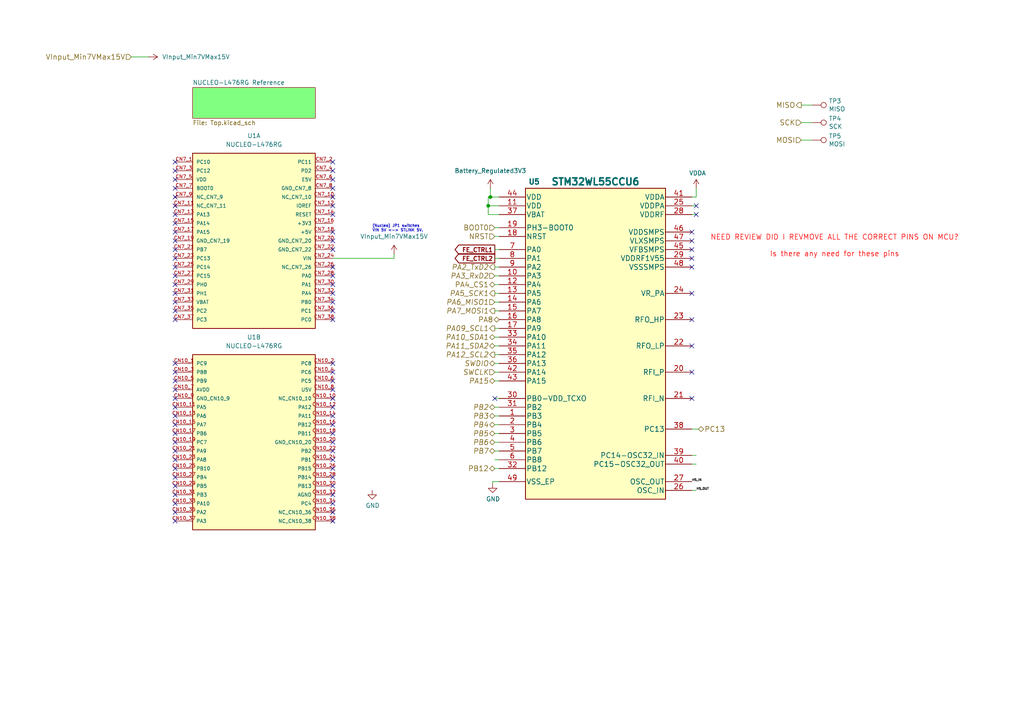
<source format=kicad_sch>
(kicad_sch
	(version 20250114)
	(generator "eeschema")
	(generator_version "9.0")
	(uuid "fdc57161-f7f8-4584-b0ec-8c1aa24339c6")
	(paper "A4")
	(title_block
		(title "MCU")
		(date "2025-03-08")
		(rev "1")
		(company "BCIT BAJA")
		(comment 1 "Parry Zhuo")
	)
	(lib_symbols
		(symbol "Connector:TestPoint"
			(pin_numbers
				(hide yes)
			)
			(pin_names
				(offset 0.762)
				(hide yes)
			)
			(exclude_from_sim no)
			(in_bom yes)
			(on_board yes)
			(property "Reference" "TP"
				(at 0 6.858 0)
				(effects
					(font
						(size 1.27 1.27)
					)
				)
			)
			(property "Value" "TestPoint"
				(at 0 5.08 0)
				(effects
					(font
						(size 1.27 1.27)
					)
				)
			)
			(property "Footprint" ""
				(at 5.08 0 0)
				(effects
					(font
						(size 1.27 1.27)
					)
					(hide yes)
				)
			)
			(property "Datasheet" "~"
				(at 5.08 0 0)
				(effects
					(font
						(size 1.27 1.27)
					)
					(hide yes)
				)
			)
			(property "Description" "test point"
				(at 0 0 0)
				(effects
					(font
						(size 1.27 1.27)
					)
					(hide yes)
				)
			)
			(property "ki_keywords" "test point tp"
				(at 0 0 0)
				(effects
					(font
						(size 1.27 1.27)
					)
					(hide yes)
				)
			)
			(property "ki_fp_filters" "Pin* Test*"
				(at 0 0 0)
				(effects
					(font
						(size 1.27 1.27)
					)
					(hide yes)
				)
			)
			(symbol "TestPoint_0_1"
				(circle
					(center 0 3.302)
					(radius 0.762)
					(stroke
						(width 0)
						(type default)
					)
					(fill
						(type none)
					)
				)
			)
			(symbol "TestPoint_1_1"
				(pin passive line
					(at 0 0 90)
					(length 2.54)
					(name "1"
						(effects
							(font
								(size 1.27 1.27)
							)
						)
					)
					(number "1"
						(effects
							(font
								(size 1.27 1.27)
							)
						)
					)
				)
			)
			(embedded_fonts no)
		)
		(symbol "NUCLEO-L476RG:NUCLEO-L476RG"
			(pin_names
				(offset 1.016)
			)
			(exclude_from_sim no)
			(in_bom yes)
			(on_board yes)
			(property "Reference" "U"
				(at -17.78 26.162 0)
				(effects
					(font
						(size 1.27 1.27)
					)
					(justify left bottom)
				)
			)
			(property "Value" "NUCLEO-L476RG"
				(at -17.78 -27.94 0)
				(effects
					(font
						(size 1.27 1.27)
					)
					(justify left bottom)
				)
			)
			(property "Footprint" "NUCLEO-L476RG:MODULE_NUCLEO-L476RG"
				(at 0 0 0)
				(effects
					(font
						(size 1.27 1.27)
					)
					(justify bottom)
					(hide yes)
				)
			)
			(property "Datasheet" ""
				(at 0 0 0)
				(effects
					(font
						(size 1.27 1.27)
					)
					(hide yes)
				)
			)
			(property "Description" ""
				(at 0 0 0)
				(effects
					(font
						(size 1.27 1.27)
					)
					(hide yes)
				)
			)
			(property "PARTREV" "15"
				(at 0 0 0)
				(effects
					(font
						(size 1.27 1.27)
					)
					(justify bottom)
					(hide yes)
				)
			)
			(property "STANDARD" "Manufacturer Recommendations"
				(at 0 0 0)
				(effects
					(font
						(size 1.27 1.27)
					)
					(justify bottom)
					(hide yes)
				)
			)
			(property "MANUFACTURER" "STmicroelectronics"
				(at 0 0 0)
				(effects
					(font
						(size 1.27 1.27)
					)
					(justify bottom)
					(hide yes)
				)
			)
			(symbol "NUCLEO-L476RG_1_0"
				(rectangle
					(start -17.78 -25.4)
					(end 17.78 25.4)
					(stroke
						(width 0.254)
						(type default)
					)
					(fill
						(type background)
					)
				)
				(pin bidirectional line
					(at -22.86 22.86 0)
					(length 5.08)
					(name "PC10"
						(effects
							(font
								(size 1.016 1.016)
							)
						)
					)
					(number "CN7_1"
						(effects
							(font
								(size 1.016 1.016)
							)
						)
					)
				)
				(pin bidirectional line
					(at -22.86 20.32 0)
					(length 5.08)
					(name "PC12"
						(effects
							(font
								(size 1.016 1.016)
							)
						)
					)
					(number "CN7_3"
						(effects
							(font
								(size 1.016 1.016)
							)
						)
					)
				)
				(pin power_in line
					(at -22.86 17.78 0)
					(length 5.08)
					(name "VDD"
						(effects
							(font
								(size 1.016 1.016)
							)
						)
					)
					(number "CN7_5"
						(effects
							(font
								(size 1.016 1.016)
							)
						)
					)
				)
				(pin input line
					(at -22.86 15.24 0)
					(length 5.08)
					(name "BOOT0"
						(effects
							(font
								(size 1.016 1.016)
							)
						)
					)
					(number "CN7_7"
						(effects
							(font
								(size 1.016 1.016)
							)
						)
					)
				)
				(pin no_connect line
					(at -22.86 12.7 0)
					(length 5.08)
					(name "NC_CN7_9"
						(effects
							(font
								(size 1.016 1.016)
							)
						)
					)
					(number "CN7_9"
						(effects
							(font
								(size 1.016 1.016)
							)
						)
					)
				)
				(pin no_connect line
					(at -22.86 10.16 0)
					(length 5.08)
					(name "NC_CN7_11"
						(effects
							(font
								(size 1.016 1.016)
							)
						)
					)
					(number "CN7_11"
						(effects
							(font
								(size 1.016 1.016)
							)
						)
					)
				)
				(pin bidirectional line
					(at -22.86 7.62 0)
					(length 5.08)
					(name "PA13"
						(effects
							(font
								(size 1.016 1.016)
							)
						)
					)
					(number "CN7_13"
						(effects
							(font
								(size 1.016 1.016)
							)
						)
					)
				)
				(pin bidirectional line
					(at -22.86 5.08 0)
					(length 5.08)
					(name "PA14"
						(effects
							(font
								(size 1.016 1.016)
							)
						)
					)
					(number "CN7_15"
						(effects
							(font
								(size 1.016 1.016)
							)
						)
					)
				)
				(pin bidirectional line
					(at -22.86 2.54 0)
					(length 5.08)
					(name "PA15"
						(effects
							(font
								(size 1.016 1.016)
							)
						)
					)
					(number "CN7_17"
						(effects
							(font
								(size 1.016 1.016)
							)
						)
					)
				)
				(pin power_in line
					(at -22.86 0 0)
					(length 5.08)
					(name "GND_CN7_19"
						(effects
							(font
								(size 1.016 1.016)
							)
						)
					)
					(number "CN7_19"
						(effects
							(font
								(size 1.016 1.016)
							)
						)
					)
				)
				(pin bidirectional line
					(at -22.86 -2.54 0)
					(length 5.08)
					(name "PB7"
						(effects
							(font
								(size 1.016 1.016)
							)
						)
					)
					(number "CN7_21"
						(effects
							(font
								(size 1.016 1.016)
							)
						)
					)
				)
				(pin bidirectional line
					(at -22.86 -5.08 0)
					(length 5.08)
					(name "PC13"
						(effects
							(font
								(size 1.016 1.016)
							)
						)
					)
					(number "CN7_23"
						(effects
							(font
								(size 1.016 1.016)
							)
						)
					)
				)
				(pin bidirectional line
					(at -22.86 -7.62 0)
					(length 5.08)
					(name "PC14"
						(effects
							(font
								(size 1.016 1.016)
							)
						)
					)
					(number "CN7_25"
						(effects
							(font
								(size 1.016 1.016)
							)
						)
					)
				)
				(pin bidirectional line
					(at -22.86 -10.16 0)
					(length 5.08)
					(name "PC15"
						(effects
							(font
								(size 1.016 1.016)
							)
						)
					)
					(number "CN7_27"
						(effects
							(font
								(size 1.016 1.016)
							)
						)
					)
				)
				(pin bidirectional line
					(at -22.86 -12.7 0)
					(length 5.08)
					(name "PH0"
						(effects
							(font
								(size 1.016 1.016)
							)
						)
					)
					(number "CN7_29"
						(effects
							(font
								(size 1.016 1.016)
							)
						)
					)
				)
				(pin bidirectional line
					(at -22.86 -15.24 0)
					(length 5.08)
					(name "PH1"
						(effects
							(font
								(size 1.016 1.016)
							)
						)
					)
					(number "CN7_31"
						(effects
							(font
								(size 1.016 1.016)
							)
						)
					)
				)
				(pin power_in line
					(at -22.86 -17.78 0)
					(length 5.08)
					(name "VBAT"
						(effects
							(font
								(size 1.016 1.016)
							)
						)
					)
					(number "CN7_33"
						(effects
							(font
								(size 1.016 1.016)
							)
						)
					)
				)
				(pin bidirectional line
					(at -22.86 -20.32 0)
					(length 5.08)
					(name "PC2"
						(effects
							(font
								(size 1.016 1.016)
							)
						)
					)
					(number "CN7_35"
						(effects
							(font
								(size 1.016 1.016)
							)
						)
					)
				)
				(pin bidirectional line
					(at -22.86 -22.86 0)
					(length 5.08)
					(name "PC3"
						(effects
							(font
								(size 1.016 1.016)
							)
						)
					)
					(number "CN7_37"
						(effects
							(font
								(size 1.016 1.016)
							)
						)
					)
				)
				(pin bidirectional line
					(at 22.86 22.86 180)
					(length 5.08)
					(name "PC11"
						(effects
							(font
								(size 1.016 1.016)
							)
						)
					)
					(number "CN7_2"
						(effects
							(font
								(size 1.016 1.016)
							)
						)
					)
				)
				(pin bidirectional line
					(at 22.86 20.32 180)
					(length 5.08)
					(name "PD2"
						(effects
							(font
								(size 1.016 1.016)
							)
						)
					)
					(number "CN7_4"
						(effects
							(font
								(size 1.016 1.016)
							)
						)
					)
				)
				(pin power_in line
					(at 22.86 17.78 180)
					(length 5.08)
					(name "E5V"
						(effects
							(font
								(size 1.016 1.016)
							)
						)
					)
					(number "CN7_6"
						(effects
							(font
								(size 1.016 1.016)
							)
						)
					)
				)
				(pin power_in line
					(at 22.86 15.24 180)
					(length 5.08)
					(name "GND_CN7_8"
						(effects
							(font
								(size 1.016 1.016)
							)
						)
					)
					(number "CN7_8"
						(effects
							(font
								(size 1.016 1.016)
							)
						)
					)
				)
				(pin no_connect line
					(at 22.86 12.7 180)
					(length 5.08)
					(name "NC_CN7_10"
						(effects
							(font
								(size 1.016 1.016)
							)
						)
					)
					(number "CN7_10"
						(effects
							(font
								(size 1.016 1.016)
							)
						)
					)
				)
				(pin input line
					(at 22.86 10.16 180)
					(length 5.08)
					(name "IOREF"
						(effects
							(font
								(size 1.016 1.016)
							)
						)
					)
					(number "CN7_12"
						(effects
							(font
								(size 1.016 1.016)
							)
						)
					)
				)
				(pin input line
					(at 22.86 7.62 180)
					(length 5.08)
					(name "RESET"
						(effects
							(font
								(size 1.016 1.016)
							)
						)
					)
					(number "CN7_14"
						(effects
							(font
								(size 1.016 1.016)
							)
						)
					)
				)
				(pin power_in line
					(at 22.86 5.08 180)
					(length 5.08)
					(name "+3V3"
						(effects
							(font
								(size 1.016 1.016)
							)
						)
					)
					(number "CN7_16"
						(effects
							(font
								(size 1.016 1.016)
							)
						)
					)
				)
				(pin power_in line
					(at 22.86 2.54 180)
					(length 5.08)
					(name "+5V"
						(effects
							(font
								(size 1.016 1.016)
							)
						)
					)
					(number "CN7_18"
						(effects
							(font
								(size 1.016 1.016)
							)
						)
					)
				)
				(pin power_in line
					(at 22.86 0 180)
					(length 5.08)
					(name "GND_CN7_20"
						(effects
							(font
								(size 1.016 1.016)
							)
						)
					)
					(number "CN7_20"
						(effects
							(font
								(size 1.016 1.016)
							)
						)
					)
				)
				(pin power_in line
					(at 22.86 -2.54 180)
					(length 5.08)
					(name "GND_CN7_22"
						(effects
							(font
								(size 1.016 1.016)
							)
						)
					)
					(number "CN7_22"
						(effects
							(font
								(size 1.016 1.016)
							)
						)
					)
				)
				(pin power_in line
					(at 22.86 -5.08 180)
					(length 5.08)
					(name "VIN"
						(effects
							(font
								(size 1.016 1.016)
							)
						)
					)
					(number "CN7_24"
						(effects
							(font
								(size 1.016 1.016)
							)
						)
					)
				)
				(pin no_connect line
					(at 22.86 -7.62 180)
					(length 5.08)
					(name "NC_CN7_26"
						(effects
							(font
								(size 1.016 1.016)
							)
						)
					)
					(number "CN7_26"
						(effects
							(font
								(size 1.016 1.016)
							)
						)
					)
				)
				(pin bidirectional line
					(at 22.86 -10.16 180)
					(length 5.08)
					(name "PA0"
						(effects
							(font
								(size 1.016 1.016)
							)
						)
					)
					(number "CN7_28"
						(effects
							(font
								(size 1.016 1.016)
							)
						)
					)
				)
				(pin bidirectional line
					(at 22.86 -12.7 180)
					(length 5.08)
					(name "PA1"
						(effects
							(font
								(size 1.016 1.016)
							)
						)
					)
					(number "CN7_30"
						(effects
							(font
								(size 1.016 1.016)
							)
						)
					)
				)
				(pin bidirectional line
					(at 22.86 -15.24 180)
					(length 5.08)
					(name "PA4"
						(effects
							(font
								(size 1.016 1.016)
							)
						)
					)
					(number "CN7_32"
						(effects
							(font
								(size 1.016 1.016)
							)
						)
					)
				)
				(pin bidirectional line
					(at 22.86 -17.78 180)
					(length 5.08)
					(name "PB0"
						(effects
							(font
								(size 1.016 1.016)
							)
						)
					)
					(number "CN7_34"
						(effects
							(font
								(size 1.016 1.016)
							)
						)
					)
				)
				(pin bidirectional line
					(at 22.86 -20.32 180)
					(length 5.08)
					(name "PC1"
						(effects
							(font
								(size 1.016 1.016)
							)
						)
					)
					(number "CN7_36"
						(effects
							(font
								(size 1.016 1.016)
							)
						)
					)
				)
				(pin bidirectional line
					(at 22.86 -22.86 180)
					(length 5.08)
					(name "PC0"
						(effects
							(font
								(size 1.016 1.016)
							)
						)
					)
					(number "CN7_38"
						(effects
							(font
								(size 1.016 1.016)
							)
						)
					)
				)
			)
			(symbol "NUCLEO-L476RG_2_0"
				(rectangle
					(start -17.78 -25.4)
					(end 17.78 25.4)
					(stroke
						(width 0.254)
						(type default)
					)
					(fill
						(type background)
					)
				)
				(pin bidirectional line
					(at -22.86 22.86 0)
					(length 5.08)
					(name "PC9"
						(effects
							(font
								(size 1.016 1.016)
							)
						)
					)
					(number "CN10_1"
						(effects
							(font
								(size 1.016 1.016)
							)
						)
					)
				)
				(pin bidirectional line
					(at -22.86 20.32 0)
					(length 5.08)
					(name "PB8"
						(effects
							(font
								(size 1.016 1.016)
							)
						)
					)
					(number "CN10_3"
						(effects
							(font
								(size 1.016 1.016)
							)
						)
					)
				)
				(pin bidirectional line
					(at -22.86 17.78 0)
					(length 5.08)
					(name "PB9"
						(effects
							(font
								(size 1.016 1.016)
							)
						)
					)
					(number "CN10_5"
						(effects
							(font
								(size 1.016 1.016)
							)
						)
					)
				)
				(pin power_in line
					(at -22.86 15.24 0)
					(length 5.08)
					(name "AVDD"
						(effects
							(font
								(size 1.016 1.016)
							)
						)
					)
					(number "CN10_7"
						(effects
							(font
								(size 1.016 1.016)
							)
						)
					)
				)
				(pin power_in line
					(at -22.86 12.7 0)
					(length 5.08)
					(name "GND_CN10_9"
						(effects
							(font
								(size 1.016 1.016)
							)
						)
					)
					(number "CN10_9"
						(effects
							(font
								(size 1.016 1.016)
							)
						)
					)
				)
				(pin bidirectional line
					(at -22.86 10.16 0)
					(length 5.08)
					(name "PA5"
						(effects
							(font
								(size 1.016 1.016)
							)
						)
					)
					(number "CN10_11"
						(effects
							(font
								(size 1.016 1.016)
							)
						)
					)
				)
				(pin bidirectional line
					(at -22.86 7.62 0)
					(length 5.08)
					(name "PA6"
						(effects
							(font
								(size 1.016 1.016)
							)
						)
					)
					(number "CN10_13"
						(effects
							(font
								(size 1.016 1.016)
							)
						)
					)
				)
				(pin bidirectional line
					(at -22.86 5.08 0)
					(length 5.08)
					(name "PA7"
						(effects
							(font
								(size 1.016 1.016)
							)
						)
					)
					(number "CN10_15"
						(effects
							(font
								(size 1.016 1.016)
							)
						)
					)
				)
				(pin bidirectional line
					(at -22.86 2.54 0)
					(length 5.08)
					(name "PB6"
						(effects
							(font
								(size 1.016 1.016)
							)
						)
					)
					(number "CN10_17"
						(effects
							(font
								(size 1.016 1.016)
							)
						)
					)
				)
				(pin bidirectional line
					(at -22.86 0 0)
					(length 5.08)
					(name "PC7"
						(effects
							(font
								(size 1.016 1.016)
							)
						)
					)
					(number "CN10_19"
						(effects
							(font
								(size 1.016 1.016)
							)
						)
					)
				)
				(pin bidirectional line
					(at -22.86 -2.54 0)
					(length 5.08)
					(name "PA9"
						(effects
							(font
								(size 1.016 1.016)
							)
						)
					)
					(number "CN10_21"
						(effects
							(font
								(size 1.016 1.016)
							)
						)
					)
				)
				(pin bidirectional line
					(at -22.86 -5.08 0)
					(length 5.08)
					(name "PA8"
						(effects
							(font
								(size 1.016 1.016)
							)
						)
					)
					(number "CN10_23"
						(effects
							(font
								(size 1.016 1.016)
							)
						)
					)
				)
				(pin bidirectional line
					(at -22.86 -7.62 0)
					(length 5.08)
					(name "PB10"
						(effects
							(font
								(size 1.016 1.016)
							)
						)
					)
					(number "CN10_25"
						(effects
							(font
								(size 1.016 1.016)
							)
						)
					)
				)
				(pin bidirectional line
					(at -22.86 -10.16 0)
					(length 5.08)
					(name "PB4"
						(effects
							(font
								(size 1.016 1.016)
							)
						)
					)
					(number "CN10_27"
						(effects
							(font
								(size 1.016 1.016)
							)
						)
					)
				)
				(pin bidirectional line
					(at -22.86 -12.7 0)
					(length 5.08)
					(name "PB5"
						(effects
							(font
								(size 1.016 1.016)
							)
						)
					)
					(number "CN10_29"
						(effects
							(font
								(size 1.016 1.016)
							)
						)
					)
				)
				(pin bidirectional line
					(at -22.86 -15.24 0)
					(length 5.08)
					(name "PB3"
						(effects
							(font
								(size 1.016 1.016)
							)
						)
					)
					(number "CN10_31"
						(effects
							(font
								(size 1.016 1.016)
							)
						)
					)
				)
				(pin bidirectional line
					(at -22.86 -17.78 0)
					(length 5.08)
					(name "PA10"
						(effects
							(font
								(size 1.016 1.016)
							)
						)
					)
					(number "CN10_33"
						(effects
							(font
								(size 1.016 1.016)
							)
						)
					)
				)
				(pin bidirectional line
					(at -22.86 -20.32 0)
					(length 5.08)
					(name "PA2"
						(effects
							(font
								(size 1.016 1.016)
							)
						)
					)
					(number "CN10_35"
						(effects
							(font
								(size 1.016 1.016)
							)
						)
					)
				)
				(pin bidirectional line
					(at -22.86 -22.86 0)
					(length 5.08)
					(name "PA3"
						(effects
							(font
								(size 1.016 1.016)
							)
						)
					)
					(number "CN10_37"
						(effects
							(font
								(size 1.016 1.016)
							)
						)
					)
				)
				(pin bidirectional line
					(at 22.86 22.86 180)
					(length 5.08)
					(name "PC8"
						(effects
							(font
								(size 1.016 1.016)
							)
						)
					)
					(number "CN10_2"
						(effects
							(font
								(size 1.016 1.016)
							)
						)
					)
				)
				(pin bidirectional line
					(at 22.86 20.32 180)
					(length 5.08)
					(name "PC6"
						(effects
							(font
								(size 1.016 1.016)
							)
						)
					)
					(number "CN10_4"
						(effects
							(font
								(size 1.016 1.016)
							)
						)
					)
				)
				(pin bidirectional line
					(at 22.86 17.78 180)
					(length 5.08)
					(name "PC5"
						(effects
							(font
								(size 1.016 1.016)
							)
						)
					)
					(number "CN10_6"
						(effects
							(font
								(size 1.016 1.016)
							)
						)
					)
				)
				(pin power_in line
					(at 22.86 15.24 180)
					(length 5.08)
					(name "U5V"
						(effects
							(font
								(size 1.016 1.016)
							)
						)
					)
					(number "CN10_8"
						(effects
							(font
								(size 1.016 1.016)
							)
						)
					)
				)
				(pin no_connect line
					(at 22.86 12.7 180)
					(length 5.08)
					(name "NC_CN10_10"
						(effects
							(font
								(size 1.016 1.016)
							)
						)
					)
					(number "CN10_10"
						(effects
							(font
								(size 1.016 1.016)
							)
						)
					)
				)
				(pin bidirectional line
					(at 22.86 10.16 180)
					(length 5.08)
					(name "PA12"
						(effects
							(font
								(size 1.016 1.016)
							)
						)
					)
					(number "CN10_12"
						(effects
							(font
								(size 1.016 1.016)
							)
						)
					)
				)
				(pin bidirectional line
					(at 22.86 7.62 180)
					(length 5.08)
					(name "PA11"
						(effects
							(font
								(size 1.016 1.016)
							)
						)
					)
					(number "CN10_14"
						(effects
							(font
								(size 1.016 1.016)
							)
						)
					)
				)
				(pin bidirectional line
					(at 22.86 5.08 180)
					(length 5.08)
					(name "PB12"
						(effects
							(font
								(size 1.016 1.016)
							)
						)
					)
					(number "CN10_16"
						(effects
							(font
								(size 1.016 1.016)
							)
						)
					)
				)
				(pin bidirectional line
					(at 22.86 2.54 180)
					(length 5.08)
					(name "PB11"
						(effects
							(font
								(size 1.016 1.016)
							)
						)
					)
					(number "CN10_18"
						(effects
							(font
								(size 1.016 1.016)
							)
						)
					)
				)
				(pin power_in line
					(at 22.86 0 180)
					(length 5.08)
					(name "GND_CN10_20"
						(effects
							(font
								(size 1.016 1.016)
							)
						)
					)
					(number "CN10_20"
						(effects
							(font
								(size 1.016 1.016)
							)
						)
					)
				)
				(pin bidirectional line
					(at 22.86 -2.54 180)
					(length 5.08)
					(name "PB2"
						(effects
							(font
								(size 1.016 1.016)
							)
						)
					)
					(number "CN10_22"
						(effects
							(font
								(size 1.016 1.016)
							)
						)
					)
				)
				(pin bidirectional line
					(at 22.86 -5.08 180)
					(length 5.08)
					(name "PB1"
						(effects
							(font
								(size 1.016 1.016)
							)
						)
					)
					(number "CN10_24"
						(effects
							(font
								(size 1.016 1.016)
							)
						)
					)
				)
				(pin bidirectional line
					(at 22.86 -7.62 180)
					(length 5.08)
					(name "PB15"
						(effects
							(font
								(size 1.016 1.016)
							)
						)
					)
					(number "CN10_26"
						(effects
							(font
								(size 1.016 1.016)
							)
						)
					)
				)
				(pin bidirectional line
					(at 22.86 -10.16 180)
					(length 5.08)
					(name "PB14"
						(effects
							(font
								(size 1.016 1.016)
							)
						)
					)
					(number "CN10_28"
						(effects
							(font
								(size 1.016 1.016)
							)
						)
					)
				)
				(pin bidirectional line
					(at 22.86 -12.7 180)
					(length 5.08)
					(name "PB13"
						(effects
							(font
								(size 1.016 1.016)
							)
						)
					)
					(number "CN10_30"
						(effects
							(font
								(size 1.016 1.016)
							)
						)
					)
				)
				(pin power_in line
					(at 22.86 -15.24 180)
					(length 5.08)
					(name "AGND"
						(effects
							(font
								(size 1.016 1.016)
							)
						)
					)
					(number "CN10_32"
						(effects
							(font
								(size 1.016 1.016)
							)
						)
					)
				)
				(pin bidirectional line
					(at 22.86 -17.78 180)
					(length 5.08)
					(name "PC4"
						(effects
							(font
								(size 1.016 1.016)
							)
						)
					)
					(number "CN10_34"
						(effects
							(font
								(size 1.016 1.016)
							)
						)
					)
				)
				(pin no_connect line
					(at 22.86 -20.32 180)
					(length 5.08)
					(name "NC_CN10_36"
						(effects
							(font
								(size 1.016 1.016)
							)
						)
					)
					(number "CN10_36"
						(effects
							(font
								(size 1.016 1.016)
							)
						)
					)
				)
				(pin no_connect line
					(at 22.86 -22.86 180)
					(length 5.08)
					(name "NC_CN10_38"
						(effects
							(font
								(size 1.016 1.016)
							)
						)
					)
					(number "CN10_38"
						(effects
							(font
								(size 1.016 1.016)
							)
						)
					)
				)
			)
			(embedded_fonts no)
		)
		(symbol "node-lib-v1:STM32WLxx_QFN48"
			(pin_names
				(offset 0.254)
			)
			(exclude_from_sim no)
			(in_bom yes)
			(on_board yes)
			(property "Reference" "U"
				(at 1.27 1.27 0)
				(effects
					(font
						(size 1.524 1.524)
						(bold yes)
					)
				)
			)
			(property "Value" "STM32WLxx_QFN48"
				(at 21.59 -92.71 0)
				(effects
					(font
						(size 2.0066 2.0066)
						(bold yes)
					)
				)
			)
			(property "Footprint" ""
				(at 20.32 -60.96 0)
				(effects
					(font
						(size 1.524 1.524)
					)
					(hide yes)
				)
			)
			(property "Datasheet" "https://www.st.com/resource/en/datasheet/stm32wle5jc.pdf"
				(at -7.62 -17.78 0)
				(effects
					(font
						(size 1.524 1.524)
					)
					(hide yes)
				)
			)
			(property "Description" "Ultra-low-power, Dual-Core Arm® Cortex®-M4 and M0+ @48 MHz with 256 Kbytes of Flash memory, 64 Kbytes of SRAM. LoRa®, (G)FSK, (G)MSK, BPSK modulations. AES 256-bit"
				(at 0 0 0)
				(effects
					(font
						(size 1.27 1.27)
					)
					(hide yes)
				)
			)
			(property "ki_keywords" "LoRa, LoRaWAN, STM32"
				(at 0 0 0)
				(effects
					(font
						(size 1.27 1.27)
					)
					(hide yes)
				)
			)
			(property "ki_fp_filters" "UFBGA73"
				(at 0 0 0)
				(effects
					(font
						(size 1.27 1.27)
					)
					(hide yes)
				)
			)
			(symbol "STM32WLxx_QFN48_1_0"
				(rectangle
					(start 0 0)
					(end 40.64 -90.17)
					(stroke
						(width 0.254)
						(type default)
					)
					(fill
						(type background)
					)
				)
				(pin bidirectional line
					(at -7.62 -11.43 0)
					(length 7.62)
					(name "PH3-BOOT0"
						(effects
							(font
								(size 1.4986 1.4986)
							)
						)
					)
					(number "19"
						(effects
							(font
								(size 1.4986 1.4986)
							)
						)
					)
				)
				(pin bidirectional line
					(at -7.62 -13.97 0)
					(length 7.62)
					(name "NRST"
						(effects
							(font
								(size 1.4986 1.4986)
							)
						)
					)
					(number "18"
						(effects
							(font
								(size 1.4986 1.4986)
							)
						)
					)
				)
				(pin bidirectional line
					(at -7.62 -17.78 0)
					(length 7.62)
					(name "PA0"
						(effects
							(font
								(size 1.4986 1.4986)
							)
						)
					)
					(number "7"
						(effects
							(font
								(size 1.4986 1.4986)
							)
						)
					)
				)
				(pin bidirectional line
					(at -7.62 -20.32 0)
					(length 7.62)
					(name "PA1"
						(effects
							(font
								(size 1.4986 1.4986)
							)
						)
					)
					(number "8"
						(effects
							(font
								(size 1.4986 1.4986)
							)
						)
					)
				)
				(pin bidirectional line
					(at -7.62 -22.86 0)
					(length 7.62)
					(name "PA2"
						(effects
							(font
								(size 1.4986 1.4986)
							)
						)
					)
					(number "9"
						(effects
							(font
								(size 1.4986 1.4986)
							)
						)
					)
				)
				(pin bidirectional line
					(at -7.62 -25.4 0)
					(length 7.62)
					(name "PA3"
						(effects
							(font
								(size 1.4986 1.4986)
							)
						)
					)
					(number "10"
						(effects
							(font
								(size 1.4986 1.4986)
							)
						)
					)
				)
				(pin bidirectional line
					(at -7.62 -27.94 0)
					(length 7.62)
					(name "PA4"
						(effects
							(font
								(size 1.4986 1.4986)
							)
						)
					)
					(number "12"
						(effects
							(font
								(size 1.4986 1.4986)
							)
						)
					)
				)
				(pin bidirectional line
					(at -7.62 -30.48 0)
					(length 7.62)
					(name "PA5"
						(effects
							(font
								(size 1.4986 1.4986)
							)
						)
					)
					(number "13"
						(effects
							(font
								(size 1.4986 1.4986)
							)
						)
					)
				)
				(pin bidirectional line
					(at -7.62 -33.02 0)
					(length 7.62)
					(name "PA6"
						(effects
							(font
								(size 1.4986 1.4986)
							)
						)
					)
					(number "14"
						(effects
							(font
								(size 1.4986 1.4986)
							)
						)
					)
				)
				(pin bidirectional line
					(at -7.62 -35.56 0)
					(length 7.62)
					(name "PA7"
						(effects
							(font
								(size 1.4986 1.4986)
							)
						)
					)
					(number "15"
						(effects
							(font
								(size 1.4986 1.4986)
							)
						)
					)
				)
				(pin bidirectional line
					(at -7.62 -38.1 0)
					(length 7.62)
					(name "PA8"
						(effects
							(font
								(size 1.4986 1.4986)
							)
						)
					)
					(number "16"
						(effects
							(font
								(size 1.4986 1.4986)
							)
						)
					)
				)
				(pin bidirectional line
					(at -7.62 -40.64 0)
					(length 7.62)
					(name "PA9"
						(effects
							(font
								(size 1.4986 1.4986)
							)
						)
					)
					(number "17"
						(effects
							(font
								(size 1.4986 1.4986)
							)
						)
					)
				)
				(pin bidirectional line
					(at -7.62 -43.18 0)
					(length 7.62)
					(name "PA10"
						(effects
							(font
								(size 1.4986 1.4986)
							)
						)
					)
					(number "33"
						(effects
							(font
								(size 1.4986 1.4986)
							)
						)
					)
				)
				(pin bidirectional line
					(at -7.62 -45.72 0)
					(length 7.62)
					(name "PA11"
						(effects
							(font
								(size 1.4986 1.4986)
							)
						)
					)
					(number "34"
						(effects
							(font
								(size 1.4986 1.4986)
							)
						)
					)
				)
				(pin bidirectional line
					(at -7.62 -48.26 0)
					(length 7.62)
					(name "PA12"
						(effects
							(font
								(size 1.4986 1.4986)
							)
						)
					)
					(number "35"
						(effects
							(font
								(size 1.4986 1.4986)
							)
						)
					)
				)
				(pin bidirectional line
					(at -7.62 -50.8 0)
					(length 7.62)
					(name "PA13"
						(effects
							(font
								(size 1.4986 1.4986)
							)
						)
					)
					(number "36"
						(effects
							(font
								(size 1.4986 1.4986)
							)
						)
					)
				)
				(pin bidirectional line
					(at -7.62 -53.34 0)
					(length 7.62)
					(name "PA14"
						(effects
							(font
								(size 1.4986 1.4986)
							)
						)
					)
					(number "42"
						(effects
							(font
								(size 1.4986 1.4986)
							)
						)
					)
				)
				(pin bidirectional line
					(at -7.62 -55.88 0)
					(length 7.62)
					(name "PA15"
						(effects
							(font
								(size 1.4986 1.4986)
							)
						)
					)
					(number "43"
						(effects
							(font
								(size 1.4986 1.4986)
							)
						)
					)
				)
				(pin bidirectional line
					(at -7.62 -60.96 0)
					(length 7.62)
					(name "PB0-VDD_TCXO"
						(effects
							(font
								(size 1.4986 1.4986)
							)
						)
					)
					(number "30"
						(effects
							(font
								(size 1.4986 1.4986)
							)
						)
					)
				)
				(pin bidirectional line
					(at -7.62 -63.5 0)
					(length 7.62)
					(name "PB2"
						(effects
							(font
								(size 1.4986 1.4986)
							)
						)
					)
					(number "31"
						(effects
							(font
								(size 1.4986 1.4986)
							)
						)
					)
				)
				(pin bidirectional line
					(at -7.62 -66.04 0)
					(length 7.62)
					(name "PB3"
						(effects
							(font
								(size 1.4986 1.4986)
							)
						)
					)
					(number "1"
						(effects
							(font
								(size 1.4986 1.4986)
							)
						)
					)
				)
				(pin bidirectional line
					(at -7.62 -68.58 0)
					(length 7.62)
					(name "PB4"
						(effects
							(font
								(size 1.4986 1.4986)
							)
						)
					)
					(number "2"
						(effects
							(font
								(size 1.4986 1.4986)
							)
						)
					)
				)
				(pin bidirectional line
					(at -7.62 -71.12 0)
					(length 7.62)
					(name "PB5"
						(effects
							(font
								(size 1.4986 1.4986)
							)
						)
					)
					(number "3"
						(effects
							(font
								(size 1.4986 1.4986)
							)
						)
					)
				)
				(pin bidirectional line
					(at -7.62 -73.66 0)
					(length 7.62)
					(name "PB6"
						(effects
							(font
								(size 1.4986 1.4986)
							)
						)
					)
					(number "4"
						(effects
							(font
								(size 1.4986 1.4986)
							)
						)
					)
				)
				(pin bidirectional line
					(at -7.62 -76.2 0)
					(length 7.62)
					(name "PB7"
						(effects
							(font
								(size 1.4986 1.4986)
							)
						)
					)
					(number "5"
						(effects
							(font
								(size 1.4986 1.4986)
							)
						)
					)
				)
				(pin bidirectional line
					(at -7.62 -78.74 0)
					(length 7.62)
					(name "PB8"
						(effects
							(font
								(size 1.4986 1.4986)
							)
						)
					)
					(number "6"
						(effects
							(font
								(size 1.4986 1.4986)
							)
						)
					)
				)
				(pin bidirectional line
					(at -7.62 -81.28 0)
					(length 7.62)
					(name "PB12"
						(effects
							(font
								(size 1.4986 1.4986)
							)
						)
					)
					(number "32"
						(effects
							(font
								(size 1.4986 1.4986)
							)
						)
					)
				)
				(pin output line
					(at 48.26 -38.1 180)
					(length 7.62)
					(name "RFO_HP"
						(effects
							(font
								(size 1.4986 1.4986)
							)
						)
					)
					(number "23"
						(effects
							(font
								(size 1.4986 1.4986)
							)
						)
					)
				)
				(pin output line
					(at 48.26 -45.72 180)
					(length 7.62)
					(name "RFO_LP"
						(effects
							(font
								(size 1.4986 1.4986)
							)
						)
					)
					(number "22"
						(effects
							(font
								(size 1.4986 1.4986)
							)
						)
					)
				)
				(pin input line
					(at 48.26 -53.34 180)
					(length 7.62)
					(name "RFI_P"
						(effects
							(font
								(size 1.4986 1.4986)
							)
						)
					)
					(number "20"
						(effects
							(font
								(size 1.4986 1.4986)
							)
						)
					)
				)
				(pin input line
					(at 48.26 -60.96 180)
					(length 7.62)
					(name "RFI_N"
						(effects
							(font
								(size 1.4986 1.4986)
							)
						)
					)
					(number "21"
						(effects
							(font
								(size 1.4986 1.4986)
							)
						)
					)
				)
				(pin bidirectional line
					(at 48.26 -69.85 180)
					(length 7.62)
					(name "PC13"
						(effects
							(font
								(size 1.4986 1.4986)
							)
						)
					)
					(number "38"
						(effects
							(font
								(size 1.4986 1.4986)
							)
						)
					)
				)
				(pin bidirectional line
					(at 48.26 -77.47 180)
					(length 7.62)
					(name "PC14-OSC32_IN"
						(effects
							(font
								(size 1.4986 1.4986)
							)
						)
					)
					(number "39"
						(effects
							(font
								(size 1.4986 1.4986)
							)
						)
					)
				)
				(pin bidirectional line
					(at 48.26 -80.01 180)
					(length 7.62)
					(name "PC15-OSC32_OUT"
						(effects
							(font
								(size 1.4986 1.4986)
							)
						)
					)
					(number "40"
						(effects
							(font
								(size 1.4986 1.4986)
							)
						)
					)
				)
				(pin output line
					(at 48.26 -85.09 180)
					(length 7.62)
					(name "OSC_OUT"
						(effects
							(font
								(size 1.4986 1.4986)
							)
						)
					)
					(number "27"
						(effects
							(font
								(size 1.4986 1.4986)
							)
						)
					)
				)
				(pin input line
					(at 48.26 -87.63 180)
					(length 7.62)
					(name "OSC_IN"
						(effects
							(font
								(size 1.4986 1.4986)
							)
						)
					)
					(number "26"
						(effects
							(font
								(size 1.4986 1.4986)
							)
						)
					)
				)
			)
			(symbol "STM32WLxx_QFN48_1_1"
				(pin power_in line
					(at -7.62 -2.54 0)
					(length 7.62)
					(name "VDD"
						(effects
							(font
								(size 1.4986 1.4986)
							)
						)
					)
					(number "44"
						(effects
							(font
								(size 1.4986 1.4986)
							)
						)
					)
				)
				(pin power_in line
					(at -7.62 -5.08 0)
					(length 7.62)
					(name "VDD"
						(effects
							(font
								(size 1.4986 1.4986)
							)
						)
					)
					(number "11"
						(effects
							(font
								(size 1.4986 1.4986)
							)
						)
					)
				)
				(pin power_in line
					(at -7.62 -7.62 0)
					(length 7.62)
					(name "VBAT"
						(effects
							(font
								(size 1.4986 1.4986)
							)
						)
					)
					(number "37"
						(effects
							(font
								(size 1.4986 1.4986)
							)
						)
					)
				)
				(pin power_in line
					(at -7.62 -85.09 0)
					(length 7.62)
					(name "VSS_EP"
						(effects
							(font
								(size 1.4986 1.4986)
							)
						)
					)
					(number "49"
						(effects
							(font
								(size 1.4986 1.4986)
							)
						)
					)
				)
				(pin power_in line
					(at 48.26 -2.54 180)
					(length 7.62)
					(name "VDDA"
						(effects
							(font
								(size 1.4986 1.4986)
							)
						)
					)
					(number "41"
						(effects
							(font
								(size 1.4986 1.4986)
							)
						)
					)
				)
				(pin passive line
					(at 48.26 -5.08 180)
					(length 7.62)
					(name "VDDPA"
						(effects
							(font
								(size 1.4986 1.4986)
							)
						)
					)
					(number "25"
						(effects
							(font
								(size 1.4986 1.4986)
							)
						)
					)
				)
				(pin passive line
					(at 48.26 -7.62 180)
					(length 7.62)
					(name "VDDRF"
						(effects
							(font
								(size 1.4986 1.4986)
							)
						)
					)
					(number "28"
						(effects
							(font
								(size 1.4986 1.4986)
							)
						)
					)
				)
				(pin passive line
					(at 48.26 -12.7 180)
					(length 7.62)
					(name "VDDSMPS"
						(effects
							(font
								(size 1.4986 1.4986)
							)
						)
					)
					(number "46"
						(effects
							(font
								(size 1.4986 1.4986)
							)
						)
					)
				)
				(pin passive line
					(at 48.26 -15.24 180)
					(length 7.62)
					(name "VLXSMPS"
						(effects
							(font
								(size 1.4986 1.4986)
							)
						)
					)
					(number "47"
						(effects
							(font
								(size 1.4986 1.4986)
							)
						)
					)
				)
				(pin passive line
					(at 48.26 -17.78 180)
					(length 7.62)
					(name "VFBSMPS"
						(effects
							(font
								(size 1.4986 1.4986)
							)
						)
					)
					(number "45"
						(effects
							(font
								(size 1.4986 1.4986)
							)
						)
					)
				)
				(pin passive line
					(at 48.26 -20.32 180)
					(length 7.62)
					(name "VDDRF1V55"
						(effects
							(font
								(size 1.4986 1.4986)
							)
						)
					)
					(number "29"
						(effects
							(font
								(size 1.4986 1.4986)
							)
						)
					)
				)
				(pin power_in line
					(at 48.26 -22.86 180)
					(length 7.62)
					(name "VSSSMPS"
						(effects
							(font
								(size 1.4986 1.4986)
							)
						)
					)
					(number "48"
						(effects
							(font
								(size 1.4986 1.4986)
							)
						)
					)
				)
				(pin output line
					(at 48.26 -30.48 180)
					(length 7.62)
					(name "VR_PA"
						(effects
							(font
								(size 1.4986 1.4986)
							)
						)
					)
					(number "24"
						(effects
							(font
								(size 1.4986 1.4986)
							)
						)
					)
				)
			)
			(embedded_fonts no)
		)
		(symbol "power:+3.3V"
			(power)
			(pin_numbers
				(hide yes)
			)
			(pin_names
				(offset 0)
				(hide yes)
			)
			(exclude_from_sim no)
			(in_bom yes)
			(on_board yes)
			(property "Reference" "#PWR"
				(at 0 -3.81 0)
				(effects
					(font
						(size 1.27 1.27)
					)
					(hide yes)
				)
			)
			(property "Value" "+3.3V"
				(at 0 3.556 0)
				(effects
					(font
						(size 1.27 1.27)
					)
				)
			)
			(property "Footprint" ""
				(at 0 0 0)
				(effects
					(font
						(size 1.27 1.27)
					)
					(hide yes)
				)
			)
			(property "Datasheet" ""
				(at 0 0 0)
				(effects
					(font
						(size 1.27 1.27)
					)
					(hide yes)
				)
			)
			(property "Description" "Power symbol creates a global label with name \"+3.3V\""
				(at 0 0 0)
				(effects
					(font
						(size 1.27 1.27)
					)
					(hide yes)
				)
			)
			(property "ki_keywords" "global power"
				(at 0 0 0)
				(effects
					(font
						(size 1.27 1.27)
					)
					(hide yes)
				)
			)
			(symbol "+3.3V_0_1"
				(polyline
					(pts
						(xy -0.762 1.27) (xy 0 2.54)
					)
					(stroke
						(width 0)
						(type default)
					)
					(fill
						(type none)
					)
				)
				(polyline
					(pts
						(xy 0 2.54) (xy 0.762 1.27)
					)
					(stroke
						(width 0)
						(type default)
					)
					(fill
						(type none)
					)
				)
				(polyline
					(pts
						(xy 0 0) (xy 0 2.54)
					)
					(stroke
						(width 0)
						(type default)
					)
					(fill
						(type none)
					)
				)
			)
			(symbol "+3.3V_1_1"
				(pin power_in line
					(at 0 0 90)
					(length 0)
					(name "~"
						(effects
							(font
								(size 1.27 1.27)
							)
						)
					)
					(number "1"
						(effects
							(font
								(size 1.27 1.27)
							)
						)
					)
				)
			)
			(embedded_fonts no)
		)
		(symbol "power:GND"
			(power)
			(pin_names
				(offset 0)
			)
			(exclude_from_sim no)
			(in_bom yes)
			(on_board yes)
			(property "Reference" "#PWR"
				(at 0 -6.35 0)
				(effects
					(font
						(size 1.27 1.27)
					)
					(hide yes)
				)
			)
			(property "Value" "GND"
				(at 0 -3.81 0)
				(effects
					(font
						(size 1.27 1.27)
					)
				)
			)
			(property "Footprint" ""
				(at 0 0 0)
				(effects
					(font
						(size 1.27 1.27)
					)
					(hide yes)
				)
			)
			(property "Datasheet" ""
				(at 0 0 0)
				(effects
					(font
						(size 1.27 1.27)
					)
					(hide yes)
				)
			)
			(property "Description" "Power symbol creates a global label with name \"GND\" , ground"
				(at 0 0 0)
				(effects
					(font
						(size 1.27 1.27)
					)
					(hide yes)
				)
			)
			(property "ki_keywords" "power-flag"
				(at 0 0 0)
				(effects
					(font
						(size 1.27 1.27)
					)
					(hide yes)
				)
			)
			(symbol "GND_0_1"
				(polyline
					(pts
						(xy 0 0) (xy 0 -1.27) (xy 1.27 -1.27) (xy 0 -2.54) (xy -1.27 -1.27) (xy 0 -1.27)
					)
					(stroke
						(width 0)
						(type default)
					)
					(fill
						(type none)
					)
				)
			)
			(symbol "GND_1_1"
				(pin power_in line
					(at 0 0 270)
					(length 0)
					(hide yes)
					(name "GND"
						(effects
							(font
								(size 1.27 1.27)
							)
						)
					)
					(number "1"
						(effects
							(font
								(size 1.27 1.27)
							)
						)
					)
				)
			)
			(embedded_fonts no)
		)
		(symbol "power:VDDA"
			(power)
			(pin_names
				(offset 0)
			)
			(exclude_from_sim no)
			(in_bom yes)
			(on_board yes)
			(property "Reference" "#PWR"
				(at 0 -3.81 0)
				(effects
					(font
						(size 1.27 1.27)
					)
					(hide yes)
				)
			)
			(property "Value" "VDDA"
				(at 0 3.81 0)
				(effects
					(font
						(size 1.27 1.27)
					)
				)
			)
			(property "Footprint" ""
				(at 0 0 0)
				(effects
					(font
						(size 1.27 1.27)
					)
					(hide yes)
				)
			)
			(property "Datasheet" ""
				(at 0 0 0)
				(effects
					(font
						(size 1.27 1.27)
					)
					(hide yes)
				)
			)
			(property "Description" "Power symbol creates a global label with name \"VDDA\""
				(at 0 0 0)
				(effects
					(font
						(size 1.27 1.27)
					)
					(hide yes)
				)
			)
			(property "ki_keywords" "power-flag"
				(at 0 0 0)
				(effects
					(font
						(size 1.27 1.27)
					)
					(hide yes)
				)
			)
			(symbol "VDDA_0_1"
				(polyline
					(pts
						(xy -0.762 1.27) (xy 0 2.54)
					)
					(stroke
						(width 0)
						(type default)
					)
					(fill
						(type none)
					)
				)
				(polyline
					(pts
						(xy 0 2.54) (xy 0.762 1.27)
					)
					(stroke
						(width 0)
						(type default)
					)
					(fill
						(type none)
					)
				)
				(polyline
					(pts
						(xy 0 0) (xy 0 2.54)
					)
					(stroke
						(width 0)
						(type default)
					)
					(fill
						(type none)
					)
				)
			)
			(symbol "VDDA_1_1"
				(pin power_in line
					(at 0 0 90)
					(length 0)
					(hide yes)
					(name "VDDA"
						(effects
							(font
								(size 1.27 1.27)
							)
						)
					)
					(number "1"
						(effects
							(font
								(size 1.27 1.27)
							)
						)
					)
				)
			)
			(embedded_fonts no)
		)
	)
	(text "NEED REVIEW DID I REVMOVE ALL THE CORRECT PINS ON MCU?\n\nIs there any need for these pins"
		(exclude_from_sim no)
		(at 242.062 71.374 0)
		(effects
			(font
				(size 1.4986 1.4986)
				(color 255 0 0 1)
			)
		)
		(uuid "7dd74b46-d55d-4835-b067-9f84e26d7439")
	)
	(text "(Nucleo) JP1 switches\nVIN 5V <-> STLINK 5V."
		(exclude_from_sim no)
		(at 107.95 66.294 0)
		(effects
			(font
				(size 0.8 0.8)
			)
			(justify left)
		)
		(uuid "e17335ad-40f7-48cf-b10a-af8b244bb9dd")
	)
	(junction
		(at 141.605 59.69)
		(diameter 0)
		(color 0 0 0 0)
		(uuid "376a6f44-cf22-4d88-ac13-30f83803795f")
	)
	(junction
		(at 142.24 57.15)
		(diameter 0)
		(color 0 0 0 0)
		(uuid "5bc93329-7dbd-4951-bfcc-63a374922c4b")
	)
	(no_connect
		(at 96.52 128.27)
		(uuid "070f0044-8354-47f5-bda5-1e037f65c025")
	)
	(no_connect
		(at 96.52 151.13)
		(uuid "0767d826-23ea-4d86-871d-121ea79e6f62")
	)
	(no_connect
		(at 50.8 72.39)
		(uuid "07948dca-b68e-4711-ac49-c6e275cbfa6a")
	)
	(no_connect
		(at 50.8 92.71)
		(uuid "0891a6e9-719f-48a1-8f06-e3679e462b71")
	)
	(no_connect
		(at 96.52 146.05)
		(uuid "099291e5-c9fb-448e-a17e-46bf7b25cb49")
	)
	(no_connect
		(at 50.8 123.19)
		(uuid "0bb024bf-56d4-4e6a-8dff-3b0ca9a4e6b4")
	)
	(no_connect
		(at 96.52 59.69)
		(uuid "0ee9ca45-8683-4a45-a202-26d0f36064b1")
	)
	(no_connect
		(at 50.8 140.97)
		(uuid "1019f1a7-c858-4e9c-bd5f-30843561088d")
	)
	(no_connect
		(at 96.52 140.97)
		(uuid "10d0f5de-4fb8-46b0-87ea-35a21f14b659")
	)
	(no_connect
		(at 50.8 74.93)
		(uuid "10df8fc9-9625-43bd-bdf2-757433029052")
	)
	(no_connect
		(at 50.8 133.35)
		(uuid "1243533b-b055-46ef-815a-d4ed07fa7831")
	)
	(no_connect
		(at 50.8 64.77)
		(uuid "177325d6-d09c-4699-882a-8e75d473555f")
	)
	(no_connect
		(at 96.52 113.03)
		(uuid "17768e73-dfec-497c-a6e3-64fe210ee589")
	)
	(no_connect
		(at 50.8 113.03)
		(uuid "191a6af4-a3f7-49af-aa22-c65f0fccef69")
	)
	(no_connect
		(at 50.8 110.49)
		(uuid "1b35b6f9-3a7c-46f9-b6a9-f1ab5717f2a4")
	)
	(no_connect
		(at 50.8 80.01)
		(uuid "1cc52505-bebb-4347-94dc-1a6fcc03bc02")
	)
	(no_connect
		(at 96.52 67.31)
		(uuid "1d97cde1-7e2a-4e4f-837c-52666e3a9cae")
	)
	(no_connect
		(at 96.52 107.95)
		(uuid "1e3ce7cd-023e-42b9-b3de-3138cd4d51af")
	)
	(no_connect
		(at 50.8 46.99)
		(uuid "1f49f9c2-2815-4248-bdcd-e0c5b6ac288b")
	)
	(no_connect
		(at 50.8 148.59)
		(uuid "225fb5c9-284e-4b80-b45e-1cd0c1f6d75a")
	)
	(no_connect
		(at 50.8 77.47)
		(uuid "25aebe94-298d-4d87-acf3-e0897c9f7f09")
	)
	(no_connect
		(at 96.52 90.17)
		(uuid "25c87f55-1a32-4d34-bd28-4c47078793f7")
	)
	(no_connect
		(at 200.66 77.47)
		(uuid "297c88e1-8017-4829-a20b-91d66da23220")
	)
	(no_connect
		(at 200.66 85.09)
		(uuid "29919240-ef8e-4a25-a7f7-115b26daaa9a")
	)
	(no_connect
		(at 96.52 92.71)
		(uuid "2b34dc8a-fc3f-4a64-bc19-260996046f70")
	)
	(no_connect
		(at 50.8 57.15)
		(uuid "2deb39af-6107-47aa-b4f9-1047b5511c25")
	)
	(no_connect
		(at 143.51 115.57)
		(uuid "2f42db6b-d934-44bc-8577-571df3576e87")
	)
	(no_connect
		(at 50.8 130.81)
		(uuid "30db9c79-b275-4011-b90b-d9171a7320c0")
	)
	(no_connect
		(at 50.8 115.57)
		(uuid "324fa108-9144-432f-9aa3-afbbeaefd7aa")
	)
	(no_connect
		(at 96.52 110.49)
		(uuid "34e245f0-3b40-4d7d-ba0c-905cedfd3057")
	)
	(no_connect
		(at 200.66 92.71)
		(uuid "3560f6f1-64f8-4cb5-9d75-4de318634832")
	)
	(no_connect
		(at 50.8 85.09)
		(uuid "35a96c5f-f3ed-4d6b-a519-6d51a43592de")
	)
	(no_connect
		(at 96.52 143.51)
		(uuid "3c26805c-3e93-40bd-b8f7-911840107d0c")
	)
	(no_connect
		(at 50.8 125.73)
		(uuid "3d51d126-0e93-4c30-a721-46a008a98284")
	)
	(no_connect
		(at 96.52 62.23)
		(uuid "3f66716a-c417-4e35-b005-0bfda87e360c")
	)
	(no_connect
		(at 96.52 105.41)
		(uuid "44b05cf3-f943-4eb6-a369-af8876826d46")
	)
	(no_connect
		(at 96.52 133.35)
		(uuid "48280170-50dd-4878-ad6d-30f7efa23796")
	)
	(no_connect
		(at 96.52 69.85)
		(uuid "4e0c5c71-af03-431e-b459-554041c94632")
	)
	(no_connect
		(at 50.8 118.11)
		(uuid "55b63212-dd3d-453d-acff-e60d96d6d75a")
	)
	(no_connect
		(at 96.52 123.19)
		(uuid "5c2cf480-f659-48b2-8403-ffd76234c4be")
	)
	(no_connect
		(at 50.8 138.43)
		(uuid "68ba9eb0-0786-47b5-928b-572bccb4ea33")
	)
	(no_connect
		(at 200.66 115.57)
		(uuid "696d06d0-8394-429a-ba4c-634641887466")
	)
	(no_connect
		(at 96.52 135.89)
		(uuid "6c1674a1-c410-4ac9-a59d-bb8a41bfe3d1")
	)
	(no_connect
		(at 96.52 87.63)
		(uuid "70292055-8f34-4445-8def-4ea741b01f99")
	)
	(no_connect
		(at 96.52 118.11)
		(uuid "78daa2ee-8998-44b2-a701-ce2f773c810e")
	)
	(no_connect
		(at 200.66 74.93)
		(uuid "83c6003e-9dd0-41c0-8a40-718410766a20")
	)
	(no_connect
		(at 50.8 90.17)
		(uuid "869d4952-dab9-46ef-b3cc-62cabd2b60ef")
	)
	(no_connect
		(at 96.52 54.61)
		(uuid "8a0e8d55-15f4-45f2-961c-47ed8919b122")
	)
	(no_connect
		(at 96.52 125.73)
		(uuid "8f2948f9-4e81-4267-8577-50cc61787039")
	)
	(no_connect
		(at 200.66 67.31)
		(uuid "94d33471-d101-4678-a863-775498b07142")
	)
	(no_connect
		(at 201.93 59.69)
		(uuid "94e69da9-39a3-44c9-8a97-5a523e578502")
	)
	(no_connect
		(at 96.52 120.65)
		(uuid "95333fe1-324a-477e-ac85-8026f6b4feb8")
	)
	(no_connect
		(at 96.52 130.81)
		(uuid "9649f072-f28b-4b83-acd6-069c257b3448")
	)
	(no_connect
		(at 96.52 115.57)
		(uuid "9b49f4e8-510a-4625-a475-b72bc6e0c2df")
	)
	(no_connect
		(at 201.93 62.23)
		(uuid "9b774aca-bf68-4f3b-bc4a-4b6f107339f3")
	)
	(no_connect
		(at 200.66 69.85)
		(uuid "9b8c5519-8691-44f6-a365-c16e7c657eef")
	)
	(no_connect
		(at 200.66 72.39)
		(uuid "9e1175c2-eca0-4f59-9403-6c8b00b7cf56")
	)
	(no_connect
		(at 96.52 80.01)
		(uuid "a3d48b9b-13a8-4948-92c9-71c042f21e60")
	)
	(no_connect
		(at 50.8 143.51)
		(uuid "a4fe3984-3476-43b6-a9c3-a99322f3e671")
	)
	(no_connect
		(at 50.8 49.53)
		(uuid "a5272c1e-8ad1-4df3-adbc-3b22f63700b1")
	)
	(no_connect
		(at 50.8 146.05)
		(uuid "ac45fe48-3479-4167-b369-53a277ca285a")
	)
	(no_connect
		(at 96.52 49.53)
		(uuid "aebef211-3ea5-445c-bf9c-812cbb37bf77")
	)
	(no_connect
		(at 50.8 67.31)
		(uuid "b1d01acd-100e-46ca-a819-38326e333540")
	)
	(no_connect
		(at 50.8 151.13)
		(uuid "b613ed25-9dfa-4a65-a143-4ba9748febd7")
	)
	(no_connect
		(at 96.52 72.39)
		(uuid "bbd25cc9-8d79-4658-9dfe-f40873c9f170")
	)
	(no_connect
		(at 50.8 120.65)
		(uuid "bf19fe0f-4065-47b5-bbcc-336dea259016")
	)
	(no_connect
		(at 50.8 135.89)
		(uuid "c172f9cf-f185-4299-8bc5-f264119ec3c5")
	)
	(no_connect
		(at 96.52 85.09)
		(uuid "c26f8842-c101-45b7-8e7d-609b1cc44c29")
	)
	(no_connect
		(at 50.8 82.55)
		(uuid "c3e848a4-4ebe-40df-815e-e1f79a07d6cd")
	)
	(no_connect
		(at 50.8 59.69)
		(uuid "c9b12285-5a80-4727-ad7e-3242cda63520")
	)
	(no_connect
		(at 50.8 54.61)
		(uuid "ce468199-dc45-4f50-a31a-e089c23bb4fa")
	)
	(no_connect
		(at 96.52 148.59)
		(uuid "d0a7cd94-3ac5-4125-8fa3-e39ff19227f4")
	)
	(no_connect
		(at 96.52 46.99)
		(uuid "d19d1ec1-1579-4972-ad1b-f79f96807bf0")
	)
	(no_connect
		(at 200.66 107.95)
		(uuid "d41433be-a9b8-4448-aae1-034fad8ae37b")
	)
	(no_connect
		(at 50.8 87.63)
		(uuid "dbb64883-18e4-4032-8cf7-080c5339b3c9")
	)
	(no_connect
		(at 96.52 82.55)
		(uuid "dc7e9931-fa9d-40ba-926f-6f0a5e04595e")
	)
	(no_connect
		(at 50.8 52.07)
		(uuid "e2f60207-24e8-47f8-b36a-a0b8a4b34544")
	)
	(no_connect
		(at 96.52 77.47)
		(uuid "e91abcf9-f253-4d79-ae97-ec4d07023e16")
	)
	(no_connect
		(at 96.52 138.43)
		(uuid "eaee5e83-5e71-45df-b34f-2911a73d7f8b")
	)
	(no_connect
		(at 96.52 52.07)
		(uuid "ec229a71-8bd7-46d0-8b0d-7b9b59c859bb")
	)
	(no_connect
		(at 50.8 69.85)
		(uuid "edce67e3-ed07-4419-b8f9-5a926017038f")
	)
	(no_connect
		(at 50.8 62.23)
		(uuid "ee75b36c-4ad1-48dc-9f95-0d3ced8da5e2")
	)
	(no_connect
		(at 50.8 105.41)
		(uuid "f589c899-c243-4cda-91cb-64e5f5cc9e8c")
	)
	(no_connect
		(at 200.66 100.33)
		(uuid "f797b705-3f7d-491a-a3b2-676321f45e13")
	)
	(no_connect
		(at 50.8 128.27)
		(uuid "f7ea6e06-9ba8-4f31-a151-7b1142682e20")
	)
	(no_connect
		(at 96.52 57.15)
		(uuid "fda86d6f-21a1-436c-9ebf-a6c666b550ce")
	)
	(no_connect
		(at 50.8 107.95)
		(uuid "fe9393ea-9be4-48e0-9a79-46af06b1d4cc")
	)
	(wire
		(pts
			(xy 144.78 77.47) (xy 143.51 77.47)
		)
		(stroke
			(width 0)
			(type default)
		)
		(uuid "02289c61-13df-495e-a809-03e3a71bb201")
	)
	(wire
		(pts
			(xy 144.78 107.95) (xy 143.51 107.95)
		)
		(stroke
			(width 0)
			(type default)
		)
		(uuid "052acc87-8ff9-4162-8f55-f7121d221d0a")
	)
	(wire
		(pts
			(xy 143.51 87.63) (xy 144.78 87.63)
		)
		(stroke
			(width 0)
			(type default)
		)
		(uuid "1020b588-7eb0-4b70-bbff-c77a867c3142")
	)
	(wire
		(pts
			(xy 232.41 40.64) (xy 235.585 40.64)
		)
		(stroke
			(width 0)
			(type default)
		)
		(uuid "1a69e412-f026-40b0-b10f-6bb18c0cd5e6")
	)
	(wire
		(pts
			(xy 143.51 74.93) (xy 144.78 74.93)
		)
		(stroke
			(width 0)
			(type default)
		)
		(uuid "1c92f382-4ec3-478f-a1ca-afadd3087787")
	)
	(wire
		(pts
			(xy 201.93 59.69) (xy 200.66 59.69)
		)
		(stroke
			(width 0)
			(type default)
		)
		(uuid "28d267fd-6d61-43bb-9705-8d59d7a44e81")
	)
	(wire
		(pts
			(xy 144.78 72.39) (xy 143.51 72.39)
		)
		(stroke
			(width 0)
			(type default)
		)
		(uuid "3e147ce1-21a6-4e77-a3db-fd00d575cd22")
	)
	(wire
		(pts
			(xy 144.78 123.19) (xy 143.51 123.19)
		)
		(stroke
			(width 0)
			(type default)
		)
		(uuid "4198eb99-d244-457e-8768-395280df1a66")
	)
	(wire
		(pts
			(xy 143.51 80.01) (xy 144.78 80.01)
		)
		(stroke
			(width 0)
			(type default)
		)
		(uuid "44a8a96b-3053-4222-9241-aa484f5ebe13")
	)
	(wire
		(pts
			(xy 201.93 57.15) (xy 200.66 57.15)
		)
		(stroke
			(width 0)
			(type default)
		)
		(uuid "47484446-e64c-4a82-88af-15de92cf6ad4")
	)
	(wire
		(pts
			(xy 143.51 120.65) (xy 144.78 120.65)
		)
		(stroke
			(width 0)
			(type default)
		)
		(uuid "4c717b47-484c-4d70-8fcd-83c406ff2d17")
	)
	(wire
		(pts
			(xy 201.93 134.62) (xy 200.66 134.62)
		)
		(stroke
			(width 0)
			(type default)
		)
		(uuid "50a799a7-f8f3-4f13-9288-b10696e9a7da")
	)
	(wire
		(pts
			(xy 141.605 62.23) (xy 141.605 59.69)
		)
		(stroke
			(width 0)
			(type default)
		)
		(uuid "52d326d4-51c9-4c17-8412-9aaf3e6cdf4c")
	)
	(wire
		(pts
			(xy 143.51 66.04) (xy 144.78 66.04)
		)
		(stroke
			(width 0)
			(type default)
		)
		(uuid "56f0a67a-a93a-477a-9778-70fe2cfeeb5a")
	)
	(wire
		(pts
			(xy 144.78 125.73) (xy 143.51 125.73)
		)
		(stroke
			(width 0)
			(type default)
		)
		(uuid "586ec748-563a-478a-82db-706fb951336a")
	)
	(wire
		(pts
			(xy 142.24 54.61) (xy 142.24 57.15)
		)
		(stroke
			(width 0)
			(type default)
		)
		(uuid "5a1c5df8-be67-47fd-8f13-066ed47316d2")
	)
	(wire
		(pts
			(xy 143.51 90.17) (xy 144.78 90.17)
		)
		(stroke
			(width 0)
			(type default)
		)
		(uuid "5bb32dcb-8a97-4374-8a16-bc17822d4db3")
	)
	(wire
		(pts
			(xy 143.51 100.33) (xy 144.78 100.33)
		)
		(stroke
			(width 0)
			(type default)
		)
		(uuid "617498ce-8469-4f4b-9f2b-09a2437561eb")
	)
	(wire
		(pts
			(xy 144.78 82.55) (xy 143.51 82.55)
		)
		(stroke
			(width 0)
			(type default)
		)
		(uuid "67d6d490-a9a4-4ec7-8744-7c7abc821282")
	)
	(wire
		(pts
			(xy 144.78 118.11) (xy 143.51 118.11)
		)
		(stroke
			(width 0)
			(type default)
		)
		(uuid "6999550c-f78a-4aae-9243-1b3881f5bb3b")
	)
	(wire
		(pts
			(xy 200.66 132.08) (xy 201.93 132.08)
		)
		(stroke
			(width 0)
			(type default)
		)
		(uuid "71a9f036-1f13-462e-ac9e-81caaaa7f807")
	)
	(wire
		(pts
			(xy 143.51 135.89) (xy 144.78 135.89)
		)
		(stroke
			(width 0)
			(type default)
		)
		(uuid "7a6d9a4e-fe6a-4427-9f0c-a10fd3ceb923")
	)
	(wire
		(pts
			(xy 235.585 35.56) (xy 232.41 35.56)
		)
		(stroke
			(width 0)
			(type default)
		)
		(uuid "7c896e87-96ce-4c96-aaa1-2c878537a665")
	)
	(wire
		(pts
			(xy 144.78 115.57) (xy 143.51 115.57)
		)
		(stroke
			(width 0)
			(type default)
		)
		(uuid "7df9ce6f-7f38-4582-a049-7f92faf1abc9")
	)
	(wire
		(pts
			(xy 144.78 102.87) (xy 143.51 102.87)
		)
		(stroke
			(width 0)
			(type default)
		)
		(uuid "7e90deb5-aef9-4d2b-a440-4cb0dbfaaa93")
	)
	(wire
		(pts
			(xy 143.51 110.49) (xy 144.78 110.49)
		)
		(stroke
			(width 0)
			(type default)
		)
		(uuid "85d211d4-76e7-4e49-a9c8-2e1cc8ab5805")
	)
	(wire
		(pts
			(xy 201.93 142.24) (xy 200.66 142.24)
		)
		(stroke
			(width 0)
			(type default)
		)
		(uuid "97cc05bf-4ed5-449c-b0c8-131e5126a7ac")
	)
	(wire
		(pts
			(xy 141.605 57.15) (xy 142.24 57.15)
		)
		(stroke
			(width 0)
			(type default)
		)
		(uuid "9e427954-2486-4c91-89b5-6af73a073442")
	)
	(wire
		(pts
			(xy 232.41 30.48) (xy 235.585 30.48)
		)
		(stroke
			(width 0)
			(type default)
		)
		(uuid "a26b30b4-faa7-4685-b92c-f049f78ef41b")
	)
	(wire
		(pts
			(xy 143.51 128.27) (xy 144.78 128.27)
		)
		(stroke
			(width 0)
			(type default)
		)
		(uuid "a2a33a3d-c501-4e33-b67b-7d07ef8aa4a7")
	)
	(wire
		(pts
			(xy 142.875 139.7) (xy 142.875 140.335)
		)
		(stroke
			(width 0)
			(type default)
		)
		(uuid "a311f3c6-42e3-4584-9725-4a62ff91b6e3")
	)
	(wire
		(pts
			(xy 144.78 68.58) (xy 143.51 68.58)
		)
		(stroke
			(width 0)
			(type default)
		)
		(uuid "a819bf9a-0c8b-443a-b488-e5f1395d77ad")
	)
	(wire
		(pts
			(xy 144.78 97.79) (xy 143.51 97.79)
		)
		(stroke
			(width 0)
			(type default)
		)
		(uuid "aa0e7fe7-e9c2-477f-bcb2-53a1ebd9e3a6")
	)
	(wire
		(pts
			(xy 141.605 57.15) (xy 141.605 59.69)
		)
		(stroke
			(width 0)
			(type default)
		)
		(uuid "b121f1ff-8472-460b-ab2d-5110ddd1ca28")
	)
	(wire
		(pts
			(xy 144.78 139.7) (xy 142.875 139.7)
		)
		(stroke
			(width 0)
			(type default)
		)
		(uuid "bcacf97a-a49b-480c-96ed-a857f56faeb2")
	)
	(wire
		(pts
			(xy 142.24 57.15) (xy 144.78 57.15)
		)
		(stroke
			(width 0)
			(type default)
		)
		(uuid "d813b76b-62fa-48f7-8957-22a5ec2b39be")
	)
	(wire
		(pts
			(xy 141.605 59.69) (xy 144.78 59.69)
		)
		(stroke
			(width 0)
			(type default)
		)
		(uuid "db532ed2-914c-41b4-b389-de2bf235d0a7")
	)
	(wire
		(pts
			(xy 201.93 54.61) (xy 201.93 57.15)
		)
		(stroke
			(width 0)
			(type default)
		)
		(uuid "dd5f7736-b8aa-44f2-a044-e514d63d48f3")
	)
	(wire
		(pts
			(xy 144.78 62.23) (xy 141.605 62.23)
		)
		(stroke
			(width 0)
			(type default)
		)
		(uuid "df3e0d78-29b1-4811-9600-571610f4b8a8")
	)
	(wire
		(pts
			(xy 96.52 74.93) (xy 114.3 74.93)
		)
		(stroke
			(width 0)
			(type default)
		)
		(uuid "df5d80ae-9209-4b24-839b-d98109103906")
	)
	(wire
		(pts
			(xy 143.51 133.35) (xy 144.78 133.35)
		)
		(stroke
			(width 0)
			(type default)
		)
		(uuid "e1c71a89-4e45-4a56-a6ef-342af5f92d5c")
	)
	(wire
		(pts
			(xy 114.3 74.93) (xy 114.3 73.66)
		)
		(stroke
			(width 0)
			(type default)
		)
		(uuid "e855841d-b197-4e0c-b55a-0e415000893b")
	)
	(wire
		(pts
			(xy 202.565 124.46) (xy 200.66 124.46)
		)
		(stroke
			(width 0)
			(type default)
		)
		(uuid "ebadfd51-5a1d-4821-b341-8a1acb4abb01")
	)
	(wire
		(pts
			(xy 38.1 16.51) (xy 43.18 16.51)
		)
		(stroke
			(width 0)
			(type default)
		)
		(uuid "f1348da8-1a05-44c8-a483-7ef2b7d68b9b")
	)
	(wire
		(pts
			(xy 143.51 130.81) (xy 144.78 130.81)
		)
		(stroke
			(width 0)
			(type default)
		)
		(uuid "f6a5cab3-78e5-4acf-8c67-f401df2846d0")
	)
	(wire
		(pts
			(xy 143.51 105.41) (xy 144.78 105.41)
		)
		(stroke
			(width 0)
			(type default)
		)
		(uuid "fb126c26-740a-4781-a5dd-5ef5455e4878")
	)
	(wire
		(pts
			(xy 143.51 85.09) (xy 144.78 85.09)
		)
		(stroke
			(width 0)
			(type default)
		)
		(uuid "fd146ca2-8fb8-4c71-9277-84f69bc5d3fc")
	)
	(wire
		(pts
			(xy 143.51 95.25) (xy 144.78 95.25)
		)
		(stroke
			(width 0)
			(type default)
		)
		(uuid "fe431a80-868e-482d-aa91-c96eb8387d6a")
	)
	(wire
		(pts
			(xy 200.66 62.23) (xy 201.93 62.23)
		)
		(stroke
			(width 0)
			(type default)
		)
		(uuid "ffb86135-b43f-4a42-9aa6-73aa7ba972a9")
	)
	(label "HS_IN"
		(at 200.66 139.7 0)
		(effects
			(font
				(size 0.635 0.635)
			)
			(justify left bottom)
		)
		(uuid "4f4adfec-914a-4e4d-b0ee-670d7233a59d")
	)
	(label "HS_OUT"
		(at 201.93 142.24 0)
		(effects
			(font
				(size 0.635 0.635)
			)
			(justify left bottom)
		)
		(uuid "a411be11-102d-4c0b-be0c-b2de4276e183")
	)
	(global_label "FE_CTRL2"
		(shape output)
		(at 143.51 74.93 180)
		(fields_autoplaced yes)
		(effects
			(font
				(size 1.2446 1.2446)
				(thickness 0.2489)
				(bold yes)
			)
			(justify right)
		)
		(uuid "b1240f00-ec43-4c0b-9a41-43264db8a893")
		(property "Intersheetrefs" "${INTERSHEET_REFS}"
			(at 131.9875 74.93 0)
			(effects
				(font
					(size 1.27 1.27)
				)
				(justify right)
				(hide yes)
			)
		)
	)
	(global_label "FE_CTRL1"
		(shape output)
		(at 143.51 72.39 180)
		(fields_autoplaced yes)
		(effects
			(font
				(size 1.2446 1.2446)
				(thickness 0.2489)
				(bold yes)
			)
			(justify right)
		)
		(uuid "fe9bdc33-eab1-4bdc-9603-57decb38d2a2")
		(property "Intersheetrefs" "${INTERSHEET_REFS}"
			(at 131.9875 72.39 0)
			(effects
				(font
					(size 1.27 1.27)
				)
				(justify right)
				(hide yes)
			)
		)
	)
	(hierarchical_label "PA5_SCK1"
		(shape output)
		(at 143.51 85.09 180)
		(effects
			(font
				(size 1.4986 1.4986)
				(italic yes)
			)
			(justify right)
		)
		(uuid "0b43a8fb-b3d3-4444-a4b0-cf952c07dcfe")
	)
	(hierarchical_label "BOOT0"
		(shape input)
		(at 143.51 66.04 180)
		(effects
			(font
				(size 1.4986 1.4986)
			)
			(justify right)
		)
		(uuid "18208121-3872-4be3-a687-40854be3e1c8")
	)
	(hierarchical_label "PA8"
		(shape bidirectional)
		(at 144.78 92.71 180)
		(effects
			(font
				(size 1.4986 1.4986)
			)
			(justify right)
		)
		(uuid "25247d0c-5910-484b-9651-5750d422a450")
	)
	(hierarchical_label "VInput_Min7VMax15V"
		(shape input)
		(at 38.1 16.51 180)
		(effects
			(font
				(size 1.4986 1.4986)
			)
			(justify right)
		)
		(uuid "27496ad9-8f63-4d51-a9f8-8c7dcb10411f")
	)
	(hierarchical_label "PA2_TxD2"
		(shape output)
		(at 143.51 77.47 180)
		(effects
			(font
				(size 1.4986 1.4986)
				(italic yes)
			)
			(justify right)
		)
		(uuid "2cb05d43-df82-498c-aae1-4b1a0a350f82")
	)
	(hierarchical_label "PA4_CS1"
		(shape bidirectional)
		(at 143.51 82.55 180)
		(effects
			(font
				(size 1.4986 1.4986)
			)
			(justify right)
		)
		(uuid "2f4c659c-2ccb-4fb1-808e-7868af588a89")
	)
	(hierarchical_label "PB7"
		(shape bidirectional)
		(at 143.51 130.81 180)
		(effects
			(font
				(size 1.4986 1.4986)
				(italic yes)
			)
			(justify right)
		)
		(uuid "36210d52-4f9a-42bc-a022-019a63c67fc2")
	)
	(hierarchical_label "NRST"
		(shape input)
		(at 143.51 68.58 180)
		(effects
			(font
				(size 1.4986 1.4986)
			)
			(justify right)
		)
		(uuid "3768cce7-1e64-480e-bb38-0c6794a852ac")
	)
	(hierarchical_label "PC13"
		(shape bidirectional)
		(at 202.565 124.46 0)
		(effects
			(font
				(size 1.4986 1.4986)
			)
			(justify left)
		)
		(uuid "37f8ba3f-cca4-4b16-b699-07a704844fc9")
	)
	(hierarchical_label "PB2"
		(shape bidirectional)
		(at 143.51 118.11 180)
		(effects
			(font
				(size 1.4986 1.4986)
				(italic yes)
			)
			(justify right)
		)
		(uuid "4648968b-aa58-4f57-8f45-54b088364670")
	)
	(hierarchical_label "SWCLK"
		(shape input)
		(at 143.51 107.95 180)
		(effects
			(font
				(size 1.4986 1.4986)
				(italic yes)
			)
			(justify right)
		)
		(uuid "5160b3d5-0622-412f-84ed-9900be82a5a6")
	)
	(hierarchical_label "PA6_MISO1"
		(shape input)
		(at 143.51 87.63 180)
		(effects
			(font
				(size 1.4986 1.4986)
				(italic yes)
			)
			(justify right)
		)
		(uuid "6df433d7-73cd-4877-8d2e-047853b9077c")
	)
	(hierarchical_label "MOSI"
		(shape input)
		(at 232.41 40.64 180)
		(effects
			(font
				(size 1.4986 1.4986)
			)
			(justify right)
		)
		(uuid "76e64ace-377b-4ce5-a701-eff4fca52da6")
	)
	(hierarchical_label "PA3_RxD2"
		(shape input)
		(at 143.51 80.01 180)
		(effects
			(font
				(size 1.4986 1.4986)
				(italic yes)
			)
			(justify right)
		)
		(uuid "8202d57b-d5d2-4a80-8c03-3c6bdbbd1ddf")
	)
	(hierarchical_label "PA10_SDA1"
		(shape bidirectional)
		(at 143.51 97.79 180)
		(effects
			(font
				(size 1.4986 1.4986)
				(italic yes)
			)
			(justify right)
		)
		(uuid "87a32952-c8e5-40ba-af1d-1a8829a6c906")
	)
	(hierarchical_label "SCK"
		(shape input)
		(at 232.41 35.56 180)
		(effects
			(font
				(size 1.4986 1.4986)
			)
			(justify right)
		)
		(uuid "9139d567-4558-4d86-9610-6f830813022e")
	)
	(hierarchical_label "MISO"
		(shape output)
		(at 232.41 30.48 180)
		(effects
			(font
				(size 1.4986 1.4986)
			)
			(justify right)
		)
		(uuid "9160853f-80f1-433b-8c77-588fd965ecee")
	)
	(hierarchical_label "PB4"
		(shape bidirectional)
		(at 143.51 123.19 180)
		(effects
			(font
				(size 1.4986 1.4986)
				(italic yes)
			)
			(justify right)
		)
		(uuid "a7cad282-51c3-4f24-be5e-311c2c5e959b")
	)
	(hierarchical_label "PA09_SCL1"
		(shape output)
		(at 143.51 95.25 180)
		(effects
			(font
				(size 1.4986 1.4986)
				(italic yes)
			)
			(justify right)
		)
		(uuid "a8a389df-8d18-4e17-a74f-f60d5d77371e")
	)
	(hierarchical_label "SWDIO"
		(shape bidirectional)
		(at 143.51 105.41 180)
		(effects
			(font
				(size 1.4986 1.4986)
				(italic yes)
			)
			(justify right)
		)
		(uuid "af7ed34f-31b5-4744-97e9-29e5f4d85343")
	)
	(hierarchical_label "PB3"
		(shape bidirectional)
		(at 143.51 120.65 180)
		(effects
			(font
				(size 1.4986 1.4986)
				(italic yes)
			)
			(justify right)
		)
		(uuid "b31ebd25-cf4c-4c3e-b83d-0ec793b65cd9")
	)
	(hierarchical_label "PA15"
		(shape bidirectional)
		(at 143.51 110.49 180)
		(effects
			(font
				(size 1.4986 1.4986)
				(italic yes)
			)
			(justify right)
		)
		(uuid "b8382866-f10b-4adc-84fc-f6e5dd44681b")
	)
	(hierarchical_label "PB6"
		(shape bidirectional)
		(at 143.51 128.27 180)
		(effects
			(font
				(size 1.4986 1.4986)
				(italic yes)
			)
			(justify right)
		)
		(uuid "c860c4e9-3ddd-4065-857c-b9aedc01e6ad")
	)
	(hierarchical_label "PB12"
		(shape bidirectional)
		(at 143.51 135.89 180)
		(effects
			(font
				(size 1.4986 1.4986)
			)
			(justify right)
		)
		(uuid "d1422f38-9fce-4f5e-878a-341530beaf9c")
	)
	(hierarchical_label "PA7_MOSI1"
		(shape output)
		(at 143.51 90.17 180)
		(effects
			(font
				(size 1.4986 1.4986)
				(italic yes)
			)
			(justify right)
		)
		(uuid "d5b0938b-9efb-4b58-8ac4-d92da9ed2e30")
	)
	(hierarchical_label "PA11_SDA2"
		(shape bidirectional)
		(at 143.51 100.33 180)
		(effects
			(font
				(size 1.4986 1.4986)
				(italic yes)
			)
			(justify right)
		)
		(uuid "e20929e2-2c15-4a75-b1ed-9caa9bd27df7")
	)
	(hierarchical_label "PB5"
		(shape bidirectional)
		(at 143.51 125.73 180)
		(effects
			(font
				(size 1.4986 1.4986)
				(italic yes)
			)
			(justify right)
		)
		(uuid "ed1f5df2-cfb6-4083-a9e5-5d196546ef9b")
	)
	(hierarchical_label "PA12_SCL2"
		(shape output)
		(at 143.51 102.87 180)
		(effects
			(font
				(size 1.4986 1.4986)
				(italic yes)
			)
			(justify right)
		)
		(uuid "faa605d9-8c1c-4d31-b7c1-3dc31a22eb34")
	)
	(symbol
		(lib_id "node-lib-v1:STM32WLxx_QFN48")
		(at 152.4 54.61 0)
		(unit 1)
		(exclude_from_sim no)
		(in_bom yes)
		(on_board yes)
		(dnp no)
		(uuid "00000000-0000-0000-0000-00005ea76256")
		(property "Reference" "U5"
			(at 154.94 52.705 0)
			(effects
				(font
					(size 1.524 1.524)
					(bold yes)
				)
			)
		)
		(property "Value" "STM32WL55CCU6"
			(at 172.72 52.705 0)
			(effects
				(font
					(size 2.0066 2.0066)
					(bold yes)
				)
			)
		)
		(property "Footprint" "Package_DFN_QFN:QFN-48-1EP_7x7mm_P0.5mm_EP5.45x5.45mm"
			(at 172.72 115.57 0)
			(effects
				(font
					(size 1.524 1.524)
				)
				(hide yes)
			)
		)
		(property "Datasheet" "https://www.st.com/resource/en/datasheet/stm32wl55cc.pdf"
			(at 144.78 72.39 0)
			(effects
				(font
					(size 1.524 1.524)
				)
				(hide yes)
			)
		)
		(property "Description" ""
			(at 152.4 54.61 0)
			(effects
				(font
					(size 1.27 1.27)
				)
				(hide yes)
			)
		)
		(property "MPN" "STM32WL55CCU6"
			(at 152.4 54.61 0)
			(effects
				(font
					(size 1.27 1.27)
				)
				(hide yes)
			)
		)
		(property "URL" "https://www.st.com/en/microcontrollers-microprocessors/stm32wl55cc.html"
			(at 152.4 54.61 0)
			(effects
				(font
					(size 1.27 1.27)
				)
				(hide yes)
			)
		)
		(property "Distributor link" "https://www.st.com/en/microcontrollers-microprocessors/stm32wl55cc.html"
			(at 152.4 54.61 0)
			(effects
				(font
					(size 1.27 1.27)
				)
				(hide yes)
			)
		)
		(property "Manufacturer" ""
			(at 152.4 54.61 0)
			(effects
				(font
					(size 1.27 1.27)
				)
				(hide yes)
			)
		)
		(property "Manufacturer Part Number" "STM32WL55CCU6"
			(at 152.4 54.61 0)
			(effects
				(font
					(size 1.27 1.27)
				)
				(hide yes)
			)
		)
		(pin "1"
			(uuid "f47eff16-8dec-4edc-b9fd-77170a2f8115")
		)
		(pin "10"
			(uuid "8d2da834-76e0-43db-9afb-be10bae4bc01")
		)
		(pin "12"
			(uuid "881b305f-f9af-418b-9b14-a065b79e7f12")
		)
		(pin "13"
			(uuid "651a0da2-2bf8-4d64-882d-751bc2c0909c")
		)
		(pin "14"
			(uuid "bd0d9c68-2d17-45d5-a969-f0473c269869")
		)
		(pin "15"
			(uuid "3a073b51-eb18-4951-a1c1-910ae14a600d")
		)
		(pin "16"
			(uuid "246fe101-50b0-4ba5-a3c6-25a50e62a634")
		)
		(pin "17"
			(uuid "da91580c-09be-4b91-a82d-647c267408e1")
		)
		(pin "18"
			(uuid "ef12052d-f84d-46d8-a991-3451abdfdbc0")
		)
		(pin "19"
			(uuid "696d8ebe-26d6-439b-9b3e-9aea41d84f25")
		)
		(pin "2"
			(uuid "3a4d1f9e-6e03-4e8f-b84f-1a0bc062f4d4")
		)
		(pin "20"
			(uuid "cf58b657-b8e5-40d8-936f-8929a00787ca")
		)
		(pin "21"
			(uuid "ab95b070-60b0-48f2-9ae8-6bd93562fe72")
		)
		(pin "22"
			(uuid "b198fd84-705e-4905-9248-01db9f84df33")
		)
		(pin "23"
			(uuid "f2c95eec-80c9-49d6-b04a-f616deb5df59")
		)
		(pin "26"
			(uuid "0f15e6fd-75f5-4624-befb-92aa8a92264b")
		)
		(pin "27"
			(uuid "7dd92654-e122-4e88-83c5-d4541a69145b")
		)
		(pin "3"
			(uuid "c006dacd-842c-4892-90bb-ecdcbb8ed403")
		)
		(pin "30"
			(uuid "5bf54f43-c111-4a43-afd7-6fd941c52bec")
		)
		(pin "31"
			(uuid "6e1db7e3-4b71-4806-8c9e-112e2d4ec47d")
		)
		(pin "32"
			(uuid "c7e73424-b702-419c-abd9-c43403b625e6")
		)
		(pin "33"
			(uuid "bf7b2230-d705-4765-aa91-fcbafa4dd64e")
		)
		(pin "34"
			(uuid "e4023f14-3e45-4693-bc9c-bae3d1f14b63")
		)
		(pin "35"
			(uuid "9677b120-f73d-4e58-be44-b31c2115c651")
		)
		(pin "36"
			(uuid "27e4ce2e-8636-48ea-aea5-66da7abd23aa")
		)
		(pin "38"
			(uuid "08b9d216-2924-45a1-be5d-5f0e823f2cdb")
		)
		(pin "39"
			(uuid "0109bdd8-4c0e-47aa-98b9-9fd622c5a633")
		)
		(pin "4"
			(uuid "daa5734a-65a9-4417-8705-bbe059eadd58")
		)
		(pin "40"
			(uuid "566375c6-5dbf-4a14-b0f4-4de5a06e1d1a")
		)
		(pin "42"
			(uuid "b32c5e33-a78a-44c9-a0d9-95622319f2de")
		)
		(pin "43"
			(uuid "436d454f-0cc7-4034-a12b-c37e1bdefbf8")
		)
		(pin "5"
			(uuid "ac1073e6-3a11-47ae-8147-2982c01639ba")
		)
		(pin "6"
			(uuid "159c7d91-abe4-4e62-9d3c-79a280f827b1")
		)
		(pin "7"
			(uuid "2be22452-22df-4e4c-9bf3-aea81252be63")
		)
		(pin "8"
			(uuid "b78b6a57-59b5-46f7-8afa-2fa4ca4822cf")
		)
		(pin "9"
			(uuid "f00765b5-a701-4b33-8f36-a91bcbf42e8b")
		)
		(pin "11"
			(uuid "b5b516f6-9dc3-455c-aac4-6dd8efec8c41")
		)
		(pin "24"
			(uuid "84da2fb8-1fb4-46d6-9622-99fddeda4568")
		)
		(pin "25"
			(uuid "cf30d65c-7834-4668-b203-a342a688089b")
		)
		(pin "28"
			(uuid "7b853672-ec83-4631-8b47-b95810587f54")
		)
		(pin "29"
			(uuid "eb9a5e38-4106-4cce-8c42-54e4327ee52e")
		)
		(pin "37"
			(uuid "03aa4aa5-9304-4fcf-ae13-ebe5663e1854")
		)
		(pin "41"
			(uuid "1437cf69-ba02-4bd4-b13f-2f0e1f494f96")
		)
		(pin "44"
			(uuid "5b9a3b0a-084f-4be6-9213-1b704e06677b")
		)
		(pin "45"
			(uuid "fb4896b3-cc64-4a11-b428-d01f3600115d")
		)
		(pin "46"
			(uuid "39a39792-8398-4a60-bec3-9e28b759a61f")
		)
		(pin "47"
			(uuid "718c3c39-73dd-43c0-840e-36c985a05730")
		)
		(pin "48"
			(uuid "0e120149-4607-4517-85ac-7f794affc6cb")
		)
		(pin "49"
			(uuid "179d200d-2a6e-4708-8c68-0711267a27c0")
		)
		(instances
			(project "pcb-stm32wl_bajaSensors"
				(path "/955cc99e-a129-42cf-abc7-aa99813fdb5f/00000000-0000-0000-0000-00005ea70ac3"
					(reference "U5")
					(unit 1)
				)
			)
		)
	)
	(symbol
		(lib_id "power:VDDA")
		(at 201.93 54.61 0)
		(unit 1)
		(exclude_from_sim no)
		(in_bom yes)
		(on_board yes)
		(dnp no)
		(uuid "00000000-0000-0000-0000-00005ee3850b")
		(property "Reference" "#PWR043"
			(at 201.93 58.42 0)
			(effects
				(font
					(size 1.27 1.27)
				)
				(hide yes)
			)
		)
		(property "Value" "VDDA"
			(at 202.311 50.2158 0)
			(effects
				(font
					(size 1.27 1.27)
				)
			)
		)
		(property "Footprint" ""
			(at 201.93 54.61 0)
			(effects
				(font
					(size 1.27 1.27)
				)
				(hide yes)
			)
		)
		(property "Datasheet" ""
			(at 201.93 54.61 0)
			(effects
				(font
					(size 1.27 1.27)
				)
				(hide yes)
			)
		)
		(property "Description" ""
			(at 201.93 54.61 0)
			(effects
				(font
					(size 1.27 1.27)
				)
				(hide yes)
			)
		)
		(pin "1"
			(uuid "bd284371-1670-4b38-a780-50b15598370a")
		)
		(instances
			(project "pcb-stm32wl_bajaSensors"
				(path "/955cc99e-a129-42cf-abc7-aa99813fdb5f/00000000-0000-0000-0000-00005ea70ac3"
					(reference "#PWR043")
					(unit 1)
				)
			)
		)
	)
	(symbol
		(lib_id "power:GND")
		(at 142.875 140.335 0)
		(unit 1)
		(exclude_from_sim no)
		(in_bom yes)
		(on_board yes)
		(dnp no)
		(uuid "00000000-0000-0000-0000-00005ee4112d")
		(property "Reference" "#PWR036"
			(at 142.875 146.685 0)
			(effects
				(font
					(size 1.27 1.27)
				)
				(hide yes)
			)
		)
		(property "Value" "GND"
			(at 143.002 144.7292 0)
			(effects
				(font
					(size 1.27 1.27)
				)
			)
		)
		(property "Footprint" ""
			(at 142.875 140.335 0)
			(effects
				(font
					(size 1.27 1.27)
				)
				(hide yes)
			)
		)
		(property "Datasheet" ""
			(at 142.875 140.335 0)
			(effects
				(font
					(size 1.27 1.27)
				)
				(hide yes)
			)
		)
		(property "Description" ""
			(at 142.875 140.335 0)
			(effects
				(font
					(size 1.27 1.27)
				)
				(hide yes)
			)
		)
		(pin "1"
			(uuid "3a2837a2-4d4e-4414-bf7e-2338535fc4d2")
		)
		(instances
			(project "pcb-stm32wl_bajaSensors"
				(path "/955cc99e-a129-42cf-abc7-aa99813fdb5f/00000000-0000-0000-0000-00005ea70ac3"
					(reference "#PWR036")
					(unit 1)
				)
			)
		)
	)
	(symbol
		(lib_id "Connector:TestPoint")
		(at 235.585 30.48 270)
		(unit 1)
		(exclude_from_sim no)
		(in_bom yes)
		(on_board yes)
		(dnp no)
		(uuid "0b305f06-a5df-4651-9117-b685b95c3949")
		(property "Reference" "TP3"
			(at 240.3602 29.3116 90)
			(effects
				(font
					(size 1.27 1.27)
				)
				(justify left)
			)
		)
		(property "Value" "MISO"
			(at 240.3602 31.623 90)
			(effects
				(font
					(size 1.27 1.27)
				)
				(justify left)
			)
		)
		(property "Footprint" "TestPoint:TestPoint_Pad_D1.5mm"
			(at 235.585 35.56 0)
			(effects
				(font
					(size 1.27 1.27)
				)
				(hide yes)
			)
		)
		(property "Datasheet" "~"
			(at 235.585 35.56 0)
			(effects
				(font
					(size 1.27 1.27)
				)
				(hide yes)
			)
		)
		(property "Description" ""
			(at 235.585 30.48 0)
			(effects
				(font
					(size 1.27 1.27)
				)
				(hide yes)
			)
		)
		(property "DNM" ""
			(at 235.585 30.48 90)
			(effects
				(font
					(size 1.27 1.27)
				)
				(hide yes)
			)
		)
		(property "MPN" "DNM"
			(at 235.585 30.48 0)
			(effects
				(font
					(size 1.27 1.27)
				)
				(hide yes)
			)
		)
		(property "URL" "~"
			(at 235.585 30.48 0)
			(effects
				(font
					(size 1.27 1.27)
				)
				(hide yes)
			)
		)
		(property "Distributor link" ""
			(at 235.585 30.48 0)
			(effects
				(font
					(size 1.27 1.27)
				)
				(hide yes)
			)
		)
		(property "Manufacturer" ""
			(at 235.585 30.48 0)
			(effects
				(font
					(size 1.27 1.27)
				)
				(hide yes)
			)
		)
		(property "Manufacturer Part Number" ""
			(at 235.585 30.48 0)
			(effects
				(font
					(size 1.27 1.27)
				)
				(hide yes)
			)
		)
		(pin "1"
			(uuid "da3f82b0-f2b6-49cc-a342-1a6ca3a711e7")
		)
		(instances
			(project "pcb-stm32wl_bajaSensors"
				(path "/955cc99e-a129-42cf-abc7-aa99813fdb5f/00000000-0000-0000-0000-00005ea70ac3"
					(reference "TP3")
					(unit 1)
				)
			)
		)
	)
	(symbol
		(lib_id "Connector:TestPoint")
		(at 235.585 40.64 270)
		(unit 1)
		(exclude_from_sim no)
		(in_bom yes)
		(on_board yes)
		(dnp no)
		(uuid "3965da32-eb74-43b5-ab5f-69b555a40b99")
		(property "Reference" "TP5"
			(at 240.3602 39.4716 90)
			(effects
				(font
					(size 1.27 1.27)
				)
				(justify left)
			)
		)
		(property "Value" "MOSI"
			(at 240.3602 41.783 90)
			(effects
				(font
					(size 1.27 1.27)
				)
				(justify left)
			)
		)
		(property "Footprint" "TestPoint:TestPoint_Pad_D1.5mm"
			(at 235.585 45.72 0)
			(effects
				(font
					(size 1.27 1.27)
				)
				(hide yes)
			)
		)
		(property "Datasheet" "~"
			(at 235.585 45.72 0)
			(effects
				(font
					(size 1.27 1.27)
				)
				(hide yes)
			)
		)
		(property "Description" ""
			(at 235.585 40.64 0)
			(effects
				(font
					(size 1.27 1.27)
				)
				(hide yes)
			)
		)
		(property "DNM" ""
			(at 235.585 40.64 90)
			(effects
				(font
					(size 1.27 1.27)
				)
				(hide yes)
			)
		)
		(property "MPN" "DNM"
			(at 235.585 40.64 0)
			(effects
				(font
					(size 1.27 1.27)
				)
				(hide yes)
			)
		)
		(property "URL" "~"
			(at 235.585 40.64 0)
			(effects
				(font
					(size 1.27 1.27)
				)
				(hide yes)
			)
		)
		(property "Distributor link" ""
			(at 235.585 40.64 0)
			(effects
				(font
					(size 1.27 1.27)
				)
				(hide yes)
			)
		)
		(property "Manufacturer" ""
			(at 235.585 40.64 0)
			(effects
				(font
					(size 1.27 1.27)
				)
				(hide yes)
			)
		)
		(property "Manufacturer Part Number" ""
			(at 235.585 40.64 0)
			(effects
				(font
					(size 1.27 1.27)
				)
				(hide yes)
			)
		)
		(pin "1"
			(uuid "f7baed80-94aa-4d6f-88d7-87bdc1f6ef1d")
		)
		(instances
			(project "pcb-stm32wl_bajaSensors"
				(path "/955cc99e-a129-42cf-abc7-aa99813fdb5f/00000000-0000-0000-0000-00005ea70ac3"
					(reference "TP5")
					(unit 1)
				)
			)
		)
	)
	(symbol
		(lib_id "NUCLEO-L476RG:NUCLEO-L476RG")
		(at 73.66 128.27 0)
		(unit 2)
		(exclude_from_sim no)
		(in_bom yes)
		(on_board yes)
		(dnp no)
		(fields_autoplaced yes)
		(uuid "484f95f4-5d8c-41ac-8ea8-8fad2d06111b")
		(property "Reference" "U1"
			(at 73.66 97.79 0)
			(effects
				(font
					(size 1.27 1.27)
				)
			)
		)
		(property "Value" "NUCLEO-L476RG"
			(at 73.66 100.33 0)
			(effects
				(font
					(size 1.27 1.27)
				)
			)
		)
		(property "Footprint" "NUCLEO-L476RG:MODULE_NUCLEO-L476RG"
			(at 73.66 128.27 0)
			(effects
				(font
					(size 1.27 1.27)
				)
				(justify bottom)
				(hide yes)
			)
		)
		(property "Datasheet" ""
			(at 73.66 128.27 0)
			(effects
				(font
					(size 1.27 1.27)
				)
				(hide yes)
			)
		)
		(property "Description" ""
			(at 73.66 128.27 0)
			(effects
				(font
					(size 1.27 1.27)
				)
				(hide yes)
			)
		)
		(property "PARTREV" "15"
			(at 73.66 128.27 0)
			(effects
				(font
					(size 1.27 1.27)
				)
				(justify bottom)
				(hide yes)
			)
		)
		(property "STANDARD" "Manufacturer Recommendations"
			(at 73.66 128.27 0)
			(effects
				(font
					(size 1.27 1.27)
				)
				(justify bottom)
				(hide yes)
			)
		)
		(property "MANUFACTURER" "STmicroelectronics"
			(at 73.66 128.27 0)
			(effects
				(font
					(size 1.27 1.27)
				)
				(justify bottom)
				(hide yes)
			)
		)
		(pin "CN10_2"
			(uuid "c39b0a69-e135-478f-9793-2d6409c1d12e")
		)
		(pin "CN10_19"
			(uuid "756833f1-91b2-4001-950c-31ef8b73e55d")
		)
		(pin "CN10_17"
			(uuid "e00277dc-2ae1-443a-849e-fdbd644df29c")
		)
		(pin "CN10_18"
			(uuid "2e8c1d86-a5da-4911-ae47-d0f9fe85a786")
		)
		(pin "CN10_16"
			(uuid "6183300a-9746-4e2f-8201-914359bdb287")
		)
		(pin "CN10_25"
			(uuid "812b3a49-2a97-4d4e-b358-bba81a342a49")
		)
		(pin "CN10_27"
			(uuid "62d6e951-5be0-46c9-896a-522c54b992fe")
		)
		(pin "CN10_35"
			(uuid "cff7d32f-913b-4baa-baf9-7381155f04db")
		)
		(pin "CN10_38"
			(uuid "01c835df-9e9b-4a99-84e7-eb3a8ae67ced")
		)
		(pin "CN10_8"
			(uuid "0099a671-d646-4452-a794-8efdea1fe3fb")
		)
		(pin "CN10_9"
			(uuid "2d0c417a-31ce-4a89-b3d0-62e040a24199")
		)
		(pin "CN10_31"
			(uuid "3ca82017-bdc9-4edd-b672-651b829c2209")
		)
		(pin "CN10_23"
			(uuid "f9c82b58-0883-412b-b841-d5d50f3cb196")
		)
		(pin "CN10_5"
			(uuid "c01938ca-14f8-42e9-9534-775a57547abf")
		)
		(pin "CN10_26"
			(uuid "aa82ce8e-60a5-4f72-9415-7d11a42a9063")
		)
		(pin "CN10_6"
			(uuid "4ee05b66-44c6-419d-884d-a6b690360d3f")
		)
		(pin "CN10_32"
			(uuid "6927c4cb-8353-445d-891a-56aba63eff4f")
		)
		(pin "CN10_3"
			(uuid "60a81419-5ca2-4c3e-8e3c-2fb853acb25c")
		)
		(pin "CN10_29"
			(uuid "dad84e60-4a4f-4188-8f96-305c742941f6")
		)
		(pin "CN10_24"
			(uuid "812481f0-7cb8-42ac-89f3-62ae76b8249f")
		)
		(pin "CN10_34"
			(uuid "6cfadc88-92fa-467f-98da-467cd3ab9098")
		)
		(pin "CN10_36"
			(uuid "9a0554df-ad01-4e47-a60e-10376f8f400d")
		)
		(pin "CN10_33"
			(uuid "cacbb1cf-76f0-4f33-b5a3-be441e5bdcc8")
		)
		(pin "CN10_28"
			(uuid "f4888d33-925b-41d6-9f81-549ffe9ecffe")
		)
		(pin "CN10_30"
			(uuid "97a76d45-f4e8-4de9-b35b-f6adc687b94c")
		)
		(pin "CN10_37"
			(uuid "7c3bf19f-cf81-43ca-a174-ba4be6d9ea73")
		)
		(pin "CN10_4"
			(uuid "c063f6c1-1af3-44fd-ab17-dc592c9f11e1")
		)
		(pin "CN10_7"
			(uuid "68a2f936-d006-42f3-bd1c-029324fd0f65")
		)
		(pin "CN7_18"
			(uuid "c6b0127b-536b-4be1-bd1a-4f6301ed8a26")
		)
		(pin "CN7_31"
			(uuid "c3c9ca1b-83d6-4c12-b4e3-6ffe1fe633e6")
		)
		(pin "CN7_24"
			(uuid "9aafb87f-2d73-4ab9-ba86-5837c07b4600")
		)
		(pin "CN7_36"
			(uuid "8fc4a635-2a7d-4dc3-a855-e7b5f5281bef")
		)
		(pin "CN7_15"
			(uuid "a12d3740-8bb7-4b61-a7ee-daff591fca5e")
		)
		(pin "CN7_38"
			(uuid "9a4515e0-63eb-4510-971a-9efdb971f618")
		)
		(pin "CN7_1"
			(uuid "c5039c24-3be2-4fa1-ae8e-4d9c58c3fed6")
		)
		(pin "CN7_33"
			(uuid "2ddd21c9-3884-45a2-b1a8-f4b0216d696f")
		)
		(pin "CN7_26"
			(uuid "c22530d6-1685-4af6-a31f-8c3776e81182")
		)
		(pin "CN7_14"
			(uuid "e7f78e83-fbb0-4987-ac98-7c7429e63b22")
		)
		(pin "CN7_4"
			(uuid "0c3cde46-bb81-4614-8848-b31643b75480")
		)
		(pin "CN7_13"
			(uuid "c4537747-bd26-4556-b59e-d812e115a085")
		)
		(pin "CN7_5"
			(uuid "6d7f6c60-e898-430c-9f31-a1c085d657fe")
		)
		(pin "CN7_11"
			(uuid "ee147fa4-1a89-47d1-acb2-229dd15c441b")
		)
		(pin "CN10_1"
			(uuid "d05bdfcf-05fc-416c-8ea9-bea8048852c3")
		)
		(pin "CN7_9"
			(uuid "9c9f0e30-0a01-4761-ac56-f756165bd1e8")
		)
		(pin "CN10_12"
			(uuid "f1786685-b6f7-4a22-8ea7-76a82bf9ac4c")
		)
		(pin "CN10_13"
			(uuid "6e32cab8-1e4d-427b-bf84-e16dfc06364b")
		)
		(pin "CN10_15"
			(uuid "2955fd70-c2df-43a2-adbf-ab3988c32953")
		)
		(pin "CN7_20"
			(uuid "63ee2d88-e69f-4691-a8e3-c74645424783")
		)
		(pin "CN7_3"
			(uuid "66ee9758-d74c-4228-8664-2be1da8b589c")
		)
		(pin "CN10_14"
			(uuid "2aeb5816-f5f5-4fd1-a43a-bff56ff19b86")
		)
		(pin "CN7_27"
			(uuid "d8eeacd9-fdb0-431d-83d5-d43b9b377128")
		)
		(pin "CN7_6"
			(uuid "244e26fa-f6b4-4a67-9c11-5b4938364c56")
		)
		(pin "CN7_12"
			(uuid "6c8f3700-e173-4130-b98b-f8d485360aa6")
		)
		(pin "CN7_17"
			(uuid "e78150b7-6ec4-4f24-9ab7-77236b586bf4")
		)
		(pin "CN7_32"
			(uuid "9e20294e-af66-47c6-88e5-67862982c7f7")
		)
		(pin "CN7_28"
			(uuid "4a51bea6-1014-44ed-8e7c-72d35c2bce7e")
		)
		(pin "CN7_34"
			(uuid "5ae1b09d-05af-48aa-88bc-40b377759292")
		)
		(pin "CN7_30"
			(uuid "2268137a-ccc7-4a61-9a17-3ab4ce38b963")
		)
		(pin "CN7_7"
			(uuid "d99fb92c-82d2-4477-b2e6-1a304020c09e")
		)
		(pin "CN7_8"
			(uuid "f2df6901-02d4-42ec-8a00-9a60b6d27f0a")
		)
		(pin "CN7_23"
			(uuid "403efe80-b9db-438a-86d6-8b6f9cfed0de")
		)
		(pin "CN7_37"
			(uuid "259fc607-0fdd-4dc4-9394-caf1fb3fabd3")
		)
		(pin "CN7_10"
			(uuid "e8644cdb-9780-4c83-9dda-489f0e2e38d4")
		)
		(pin "CN10_10"
			(uuid "b641f206-01a1-40ca-a5ea-8faf446182f7")
		)
		(pin "CN7_19"
			(uuid "f5d7993d-56d5-4c94-b7d8-5cf941b5fece")
		)
		(pin "CN7_16"
			(uuid "e42c2592-cbe6-4dd1-8717-a218eac1ccf5")
		)
		(pin "CN7_21"
			(uuid "9360ae70-ae23-49ec-bacc-e7b9ff6895c3")
		)
		(pin "CN7_22"
			(uuid "4389d318-52a5-4c61-8cb8-c40dc6f6b450")
		)
		(pin "CN7_2"
			(uuid "6ed3a63b-6467-41d5-beb0-d19a2a8b9326")
		)
		(pin "CN7_25"
			(uuid "d9d660cf-24ac-4bf7-a6d0-b7e2831aaea1")
		)
		(pin "CN7_35"
			(uuid "5f0c9431-dd88-4de9-a2a0-ff8d7d58607f")
		)
		(pin "CN7_29"
			(uuid "d510b031-0d89-4c46-a3d9-af4bced244e4")
		)
		(pin "CN10_11"
			(uuid "0f64e839-e6b1-4a25-b784-4a744ac1f8b5")
		)
		(pin "CN10_21"
			(uuid "9037d7ca-7f00-488c-97cc-35a41b5bc5d2")
		)
		(pin "CN10_22"
			(uuid "15cb9ea7-28df-4055-a2f0-1eda99bb6614")
		)
		(pin "CN10_20"
			(uuid "b0bcdada-015d-4b45-b8eb-5c048945e38c")
		)
		(instances
			(project "pcb-stm32wl_bajaSensors"
				(path "/955cc99e-a129-42cf-abc7-aa99813fdb5f/00000000-0000-0000-0000-00005ea70ac3"
					(reference "U1")
					(unit 2)
				)
			)
		)
	)
	(symbol
		(lib_id "NUCLEO-L476RG:NUCLEO-L476RG")
		(at 73.66 69.85 0)
		(unit 1)
		(exclude_from_sim no)
		(in_bom yes)
		(on_board yes)
		(dnp no)
		(fields_autoplaced yes)
		(uuid "579c34cc-3939-4cf0-a340-0deeec79f8f7")
		(property "Reference" "U1"
			(at 73.66 39.37 0)
			(effects
				(font
					(size 1.27 1.27)
				)
			)
		)
		(property "Value" "NUCLEO-L476RG"
			(at 73.66 41.91 0)
			(effects
				(font
					(size 1.27 1.27)
				)
			)
		)
		(property "Footprint" "NUCLEO-L476RG:MODULE_NUCLEO-L476RG"
			(at 73.66 69.85 0)
			(effects
				(font
					(size 1.27 1.27)
				)
				(justify bottom)
				(hide yes)
			)
		)
		(property "Datasheet" ""
			(at 73.66 69.85 0)
			(effects
				(font
					(size 1.27 1.27)
				)
				(hide yes)
			)
		)
		(property "Description" ""
			(at 73.66 69.85 0)
			(effects
				(font
					(size 1.27 1.27)
				)
				(hide yes)
			)
		)
		(property "PARTREV" "15"
			(at 73.66 69.85 0)
			(effects
				(font
					(size 1.27 1.27)
				)
				(justify bottom)
				(hide yes)
			)
		)
		(property "STANDARD" "Manufacturer Recommendations"
			(at 73.66 69.85 0)
			(effects
				(font
					(size 1.27 1.27)
				)
				(justify bottom)
				(hide yes)
			)
		)
		(property "MANUFACTURER" "STmicroelectronics"
			(at 73.66 69.85 0)
			(effects
				(font
					(size 1.27 1.27)
				)
				(justify bottom)
				(hide yes)
			)
		)
		(pin "CN10_17"
			(uuid "75ad5803-612d-422f-8f52-511835491d40")
		)
		(pin "CN10_12"
			(uuid "bf4f132c-3a6f-4aa7-9b77-5931d8d0a09a")
		)
		(pin "CN10_2"
			(uuid "10671e9e-d1d2-4ff1-a405-e0e6141bbadd")
		)
		(pin "CN7_10"
			(uuid "85695893-e2ab-44eb-b5e5-d3f2164749ad")
		)
		(pin "CN7_7"
			(uuid "acc24529-567e-4e79-bd75-c0c582d42bca")
		)
		(pin "CN10_16"
			(uuid "d73a930f-abfa-433f-aedc-ba2cd49a0f3a")
		)
		(pin "CN7_6"
			(uuid "de46e66a-029e-4e6f-b2bf-4e3cb712016f")
		)
		(pin "CN7_9"
			(uuid "aeb05cfa-5804-4e89-9efe-313cbe2e5201")
		)
		(pin "CN7_34"
			(uuid "ad47144a-430e-47c8-8189-fee587086e4f")
		)
		(pin "CN7_17"
			(uuid "8fee8ca3-b6de-4898-9339-43f0b02751dd")
		)
		(pin "CN10_10"
			(uuid "973b5722-acea-44ab-bfa9-55ccaf989f04")
		)
		(pin "CN7_12"
			(uuid "c7a4bdee-fc05-416e-aeee-8ac9ca73afc3")
		)
		(pin "CN7_31"
			(uuid "4466ca48-0790-4ad5-877d-6fde2bed5419")
		)
		(pin "CN7_30"
			(uuid "d7a0c354-17f0-48c3-bcae-fded77187a60")
		)
		(pin "CN7_36"
			(uuid "f4759dc7-9e55-44a8-b421-8b70ade38032")
		)
		(pin "CN7_28"
			(uuid "56cdd278-a4e0-40a1-ab4f-ae63e9d12130")
		)
		(pin "CN10_14"
			(uuid "c6dd324a-e4a1-42a0-9b86-4704395d06e8")
		)
		(pin "CN7_5"
			(uuid "f672ad85-2f08-4959-a046-3cd0dfe577ba")
		)
		(pin "CN7_1"
			(uuid "67b89499-1afb-42f4-865f-19520665702d")
		)
		(pin "CN7_25"
			(uuid "7f1ab93a-6f4a-44e4-ad82-71a850a36a85")
		)
		(pin "CN7_37"
			(uuid "47ba23fe-0793-4380-9a1a-5194a1cd997c")
		)
		(pin "CN7_19"
			(uuid "b20b425b-9a52-4463-acd3-f90696478c8c")
		)
		(pin "CN7_4"
			(uuid "c9808e58-9cc7-4159-b79d-29a4b31f95a5")
		)
		(pin "CN7_29"
			(uuid "211e62ae-e3ae-40bc-8ba0-3bdee9b3ebf8")
		)
		(pin "CN7_35"
			(uuid "b1d5d984-d016-4f44-bf8f-3891a08d43a0")
		)
		(pin "CN7_8"
			(uuid "da5a30a3-524d-454d-bd8d-fb91588467fe")
		)
		(pin "CN7_13"
			(uuid "fb020a0d-ff1a-48bf-9fb5-314462022dd3")
		)
		(pin "CN7_23"
			(uuid "7a327f3b-5496-4b36-8491-77db2be502fc")
		)
		(pin "CN7_15"
			(uuid "321ba563-5a67-4a5e-b9e4-ec7b0217590d")
		)
		(pin "CN7_14"
			(uuid "924f7f24-b096-4c77-b3ca-28a3896ff342")
		)
		(pin "CN7_11"
			(uuid "2bb54f2c-714d-4624-9534-abdb5b214add")
		)
		(pin "CN7_22"
			(uuid "dde8dc60-cc5a-4512-8248-c6674f8964a2")
		)
		(pin "CN7_27"
			(uuid "792337d7-636d-48a7-a98e-1f510fab0ee3")
		)
		(pin "CN7_20"
			(uuid "e2d6cd2e-4976-4467-a28d-e25568509c41")
		)
		(pin "CN7_18"
			(uuid "2e2eac1f-d9bc-48a9-bd52-13e6b629fb47")
		)
		(pin "CN7_26"
			(uuid "ce2aa067-2f17-4968-9696-ab447ab751ff")
		)
		(pin "CN7_3"
			(uuid "ad30d2d8-4a7b-4588-978a-1f068376b442")
		)
		(pin "CN7_21"
			(uuid "b53da1c7-e50d-44ac-8f01-c43ac1e62e03")
		)
		(pin "CN7_33"
			(uuid "51fcf1e2-fdd7-4c46-917f-893f6af27764")
		)
		(pin "CN7_38"
			(uuid "57ef5d2e-17a2-4b31-b3e9-9b7207245c3d")
		)
		(pin "CN7_32"
			(uuid "7b904dde-b68e-48a7-9bd1-03409dbfbd28")
		)
		(pin "CN10_1"
			(uuid "35e2f976-4e21-4417-863a-cf4594c64a5c")
		)
		(pin "CN10_11"
			(uuid "71ee03dd-8cfb-470e-91de-2accefea39e5")
		)
		(pin "CN7_2"
			(uuid "dd9a4614-448e-4dd5-bd56-2cc73a41c916")
		)
		(pin "CN7_16"
			(uuid "3a9cbe32-2d73-4447-997c-835ad13ad3bc")
		)
		(pin "CN7_24"
			(uuid "bd32d694-078d-4725-86d5-2e3566229c5e")
		)
		(pin "CN10_13"
			(uuid "695369bb-2ca9-438a-a2a4-2b35e4cf303d")
		)
		(pin "CN10_15"
			(uuid "6f0a5d59-eb74-4b88-a8e3-a8191c8bf687")
		)
		(pin "CN10_18"
			(uuid "8d5e5d86-8946-4d22-8d0d-6dc6963a79f0")
		)
		(pin "CN10_19"
			(uuid "ceb21308-56ec-4299-b30d-1da95a92df0e")
		)
		(pin "CN10_20"
			(uuid "a86ceeac-de5d-4995-ac20-f66b63d531e4")
		)
		(pin "CN10_21"
			(uuid "92198a56-e978-4b6d-812a-2d7a96f8330c")
		)
		(pin "CN10_22"
			(uuid "dc025208-099c-4606-b557-1bb764adad5e")
		)
		(pin "CN10_23"
			(uuid "d244ec91-31ab-49e1-a2a5-4068217bcbac")
		)
		(pin "CN10_24"
			(uuid "34019626-a0cd-41f8-b8b0-f857363a75f2")
		)
		(pin "CN10_25"
			(uuid "9b919c86-8fb6-4a8c-b49b-9fe2e2d0abca")
		)
		(pin "CN10_28"
			(uuid "66fdf7da-130a-4b35-b0a8-6347e9a81599")
		)
		(pin "CN10_29"
			(uuid "61711c3f-d6fa-4468-9923-8e20b77d6e2a")
		)
		(pin "CN10_3"
			(uuid "79d2b691-9d3d-4c69-96e8-1e2e2f81eb29")
		)
		(pin "CN10_27"
			(uuid "4f700240-06c0-4bd1-825c-c15ecf5821f5")
		)
		(pin "CN10_30"
			(uuid "1f5c85ec-908b-44de-b37e-8212c267d056")
		)
		(pin "CN10_31"
			(uuid "be71e805-b116-4212-b43e-8945b1c7d2db")
		)
		(pin "CN10_26"
			(uuid "c63242d2-d40e-4404-a2b5-89d7ac943abf")
		)
		(pin "CN10_32"
			(uuid "d255a87b-cabc-47d3-b782-74f698e27fb8")
		)
		(pin "CN10_6"
			(uuid "3eb00e53-941d-49da-9f4b-5d8271aebc29")
		)
		(pin "CN10_36"
			(uuid "86d6826f-918d-4dfa-bba7-04eb29090074")
		)
		(pin "CN10_9"
			(uuid "70b34f02-6df7-4b0c-9c25-cd2e11d2951e")
		)
		(pin "CN10_33"
			(uuid "ecf4d5f0-8688-435a-bde7-fd657578682c")
		)
		(pin "CN10_38"
			(uuid "c61f2134-0351-41d5-b562-4649feeebad3")
		)
		(pin "CN10_37"
			(uuid "2f09371e-5e37-41fb-b3a8-d8acc00ba3dd")
		)
		(pin "CN10_8"
			(uuid "e12660ea-0857-4aed-84f9-c5570013a5d2")
		)
		(pin "CN10_5"
			(uuid "8dce12fe-2cc8-42a2-9d27-54e1b0d36879")
		)
		(pin "CN10_34"
			(uuid "0a27052c-c862-43d3-9a8a-1224de373833")
		)
		(pin "CN10_4"
			(uuid "16cb5b6d-3aaa-4f18-8b96-529b27d2b6de")
		)
		(pin "CN10_35"
			(uuid "6b28c279-7fbb-409f-907c-ba9c3a204ab2")
		)
		(pin "CN10_7"
			(uuid "c4e1a2ed-60fe-482c-8b6c-f88473948713")
		)
		(instances
			(project "pcb-stm32wl_bajaSensors"
				(path "/955cc99e-a129-42cf-abc7-aa99813fdb5f/00000000-0000-0000-0000-00005ea70ac3"
					(reference "U1")
					(unit 1)
				)
			)
		)
	)
	(symbol
		(lib_id "power:+3.3V")
		(at 114.3 73.66 0)
		(unit 1)
		(exclude_from_sim no)
		(in_bom yes)
		(on_board yes)
		(dnp no)
		(fields_autoplaced yes)
		(uuid "8ec64ade-776b-4269-8355-a8ba4073ff73")
		(property "Reference" "#PWR019"
			(at 114.3 77.47 0)
			(effects
				(font
					(size 1.27 1.27)
				)
				(hide yes)
			)
		)
		(property "Value" "VInput_Min7VMax15V"
			(at 114.3 68.58 0)
			(effects
				(font
					(size 1.27 1.27)
				)
			)
		)
		(property "Footprint" ""
			(at 114.3 73.66 0)
			(effects
				(font
					(size 1.27 1.27)
				)
				(hide yes)
			)
		)
		(property "Datasheet" ""
			(at 114.3 73.66 0)
			(effects
				(font
					(size 1.27 1.27)
				)
				(hide yes)
			)
		)
		(property "Description" "Power symbol creates a global label with name \"+3.3V\""
			(at 114.3 73.66 0)
			(effects
				(font
					(size 1.27 1.27)
				)
				(hide yes)
			)
		)
		(pin "1"
			(uuid "1cfd2c0b-f492-4354-8c18-1a0830bfe4b1")
		)
		(instances
			(project "pcb-stm32wl_bajaSensors"
				(path "/955cc99e-a129-42cf-abc7-aa99813fdb5f/00000000-0000-0000-0000-00005ea70ac3"
					(reference "#PWR019")
					(unit 1)
				)
			)
		)
	)
	(symbol
		(lib_id "Connector:TestPoint")
		(at 235.585 35.56 270)
		(unit 1)
		(exclude_from_sim no)
		(in_bom yes)
		(on_board yes)
		(dnp no)
		(uuid "b7e0a60c-65db-4aea-b804-7daf255d54e3")
		(property "Reference" "TP4"
			(at 240.3602 34.3916 90)
			(effects
				(font
					(size 1.27 1.27)
				)
				(justify left)
			)
		)
		(property "Value" "SCK"
			(at 240.3602 36.703 90)
			(effects
				(font
					(size 1.27 1.27)
				)
				(justify left)
			)
		)
		(property "Footprint" "TestPoint:TestPoint_Pad_D1.5mm"
			(at 235.585 40.64 0)
			(effects
				(font
					(size 1.27 1.27)
				)
				(hide yes)
			)
		)
		(property "Datasheet" "~"
			(at 235.585 40.64 0)
			(effects
				(font
					(size 1.27 1.27)
				)
				(hide yes)
			)
		)
		(property "Description" ""
			(at 235.585 35.56 0)
			(effects
				(font
					(size 1.27 1.27)
				)
				(hide yes)
			)
		)
		(property "DNM" ""
			(at 235.585 35.56 90)
			(effects
				(font
					(size 1.27 1.27)
				)
				(hide yes)
			)
		)
		(property "MPN" "DNM"
			(at 235.585 35.56 0)
			(effects
				(font
					(size 1.27 1.27)
				)
				(hide yes)
			)
		)
		(property "URL" "~"
			(at 235.585 35.56 0)
			(effects
				(font
					(size 1.27 1.27)
				)
				(hide yes)
			)
		)
		(property "Distributor link" ""
			(at 235.585 35.56 0)
			(effects
				(font
					(size 1.27 1.27)
				)
				(hide yes)
			)
		)
		(property "Manufacturer" ""
			(at 235.585 35.56 0)
			(effects
				(font
					(size 1.27 1.27)
				)
				(hide yes)
			)
		)
		(property "Manufacturer Part Number" ""
			(at 235.585 35.56 0)
			(effects
				(font
					(size 1.27 1.27)
				)
				(hide yes)
			)
		)
		(pin "1"
			(uuid "2c5c1943-235e-48f2-8e45-c7cf82c1801b")
		)
		(instances
			(project "pcb-stm32wl_bajaSensors"
				(path "/955cc99e-a129-42cf-abc7-aa99813fdb5f/00000000-0000-0000-0000-00005ea70ac3"
					(reference "TP4")
					(unit 1)
				)
			)
		)
	)
	(symbol
		(lib_id "power:+3.3V")
		(at 142.24 54.61 0)
		(unit 1)
		(exclude_from_sim no)
		(in_bom yes)
		(on_board yes)
		(dnp no)
		(fields_autoplaced yes)
		(uuid "b95d02b7-42c9-49bb-8be8-a2e624946ec8")
		(property "Reference" "#PWR022"
			(at 142.24 58.42 0)
			(effects
				(font
					(size 1.27 1.27)
				)
				(hide yes)
			)
		)
		(property "Value" "Battery_Regulated3V3"
			(at 142.24 49.53 0)
			(effects
				(font
					(size 1.27 1.27)
				)
			)
		)
		(property "Footprint" ""
			(at 142.24 54.61 0)
			(effects
				(font
					(size 1.27 1.27)
				)
				(hide yes)
			)
		)
		(property "Datasheet" ""
			(at 142.24 54.61 0)
			(effects
				(font
					(size 1.27 1.27)
				)
				(hide yes)
			)
		)
		(property "Description" "Power symbol creates a global label with name \"+3.3V\""
			(at 142.24 54.61 0)
			(effects
				(font
					(size 1.27 1.27)
				)
				(hide yes)
			)
		)
		(pin "1"
			(uuid "71b5381b-ca27-4bbf-b239-b0bf45d704ba")
		)
		(instances
			(project "pcb-stm32wl_bajaSensors"
				(path "/955cc99e-a129-42cf-abc7-aa99813fdb5f/00000000-0000-0000-0000-00005ea70ac3"
					(reference "#PWR022")
					(unit 1)
				)
			)
		)
	)
	(symbol
		(lib_id "power:+3.3V")
		(at 43.18 16.51 270)
		(unit 1)
		(exclude_from_sim no)
		(in_bom yes)
		(on_board yes)
		(dnp no)
		(fields_autoplaced yes)
		(uuid "c1fea23e-03fc-47b3-90e5-0618a55acc3b")
		(property "Reference" "#PWR033"
			(at 39.37 16.51 0)
			(effects
				(font
					(size 1.27 1.27)
				)
				(hide yes)
			)
		)
		(property "Value" "VInput_Min7VMax15V"
			(at 46.99 16.5099 90)
			(effects
				(font
					(size 1.27 1.27)
				)
				(justify left)
			)
		)
		(property "Footprint" ""
			(at 43.18 16.51 0)
			(effects
				(font
					(size 1.27 1.27)
				)
				(hide yes)
			)
		)
		(property "Datasheet" ""
			(at 43.18 16.51 0)
			(effects
				(font
					(size 1.27 1.27)
				)
				(hide yes)
			)
		)
		(property "Description" "Power symbol creates a global label with name \"+3.3V\""
			(at 43.18 16.51 0)
			(effects
				(font
					(size 1.27 1.27)
				)
				(hide yes)
			)
		)
		(pin "1"
			(uuid "e9efc90b-79b3-4b1f-b7b5-4dc9af6fdf7b")
		)
		(instances
			(project "pcb-stm32wl_bajaSensors"
				(path "/955cc99e-a129-42cf-abc7-aa99813fdb5f/00000000-0000-0000-0000-00005ea70ac3"
					(reference "#PWR033")
					(unit 1)
				)
			)
		)
	)
	(symbol
		(lib_id "power:GND")
		(at 107.95 142.24 0)
		(unit 1)
		(exclude_from_sim no)
		(in_bom yes)
		(on_board yes)
		(dnp no)
		(uuid "eebfc1f2-38a6-498c-b4c1-be50f28c0b31")
		(property "Reference" "#PWR034"
			(at 107.95 148.59 0)
			(effects
				(font
					(size 1.27 1.27)
				)
				(hide yes)
			)
		)
		(property "Value" "GND"
			(at 108.077 146.6342 0)
			(effects
				(font
					(size 1.27 1.27)
				)
			)
		)
		(property "Footprint" ""
			(at 107.95 142.24 0)
			(effects
				(font
					(size 1.27 1.27)
				)
				(hide yes)
			)
		)
		(property "Datasheet" ""
			(at 107.95 142.24 0)
			(effects
				(font
					(size 1.27 1.27)
				)
				(hide yes)
			)
		)
		(property "Description" ""
			(at 107.95 142.24 0)
			(effects
				(font
					(size 1.27 1.27)
				)
				(hide yes)
			)
		)
		(pin "1"
			(uuid "d811a911-b058-45a4-bdb8-b75463ae228b")
		)
		(instances
			(project "pcb-stm32wl_bajaSensors"
				(path "/955cc99e-a129-42cf-abc7-aa99813fdb5f/00000000-0000-0000-0000-00005ea70ac3"
					(reference "#PWR034")
					(unit 1)
				)
			)
		)
	)
	(sheet
		(at 55.88 25.4)
		(size 35.56 8.89)
		(exclude_from_sim no)
		(in_bom yes)
		(on_board yes)
		(dnp no)
		(fields_autoplaced yes)
		(stroke
			(width 0)
			(type solid)
			(color 128 0 0 1)
		)
		(fill
			(color 128 255 128 1.0000)
		)
		(uuid "d1877f77-f27b-4899-ae92-02ff99818071")
		(property "Sheetname" "NUCLEO-L476RG Reference"
			(at 55.88 24.6884 0)
			(effects
				(font
					(size 1.27 1.27)
				)
				(justify left bottom)
			)
		)
		(property "Sheetfile" "Top.kicad_sch"
			(at 55.88 34.8746 0)
			(effects
				(font
					(size 1.27 1.27)
				)
				(justify left top)
			)
		)
		(instances
			(project "pcb-stm32wl_bajaSensors"
				(path "/955cc99e-a129-42cf-abc7-aa99813fdb5f/00000000-0000-0000-0000-00005ea70ac3"
					(page "5")
				)
			)
		)
	)
)

</source>
